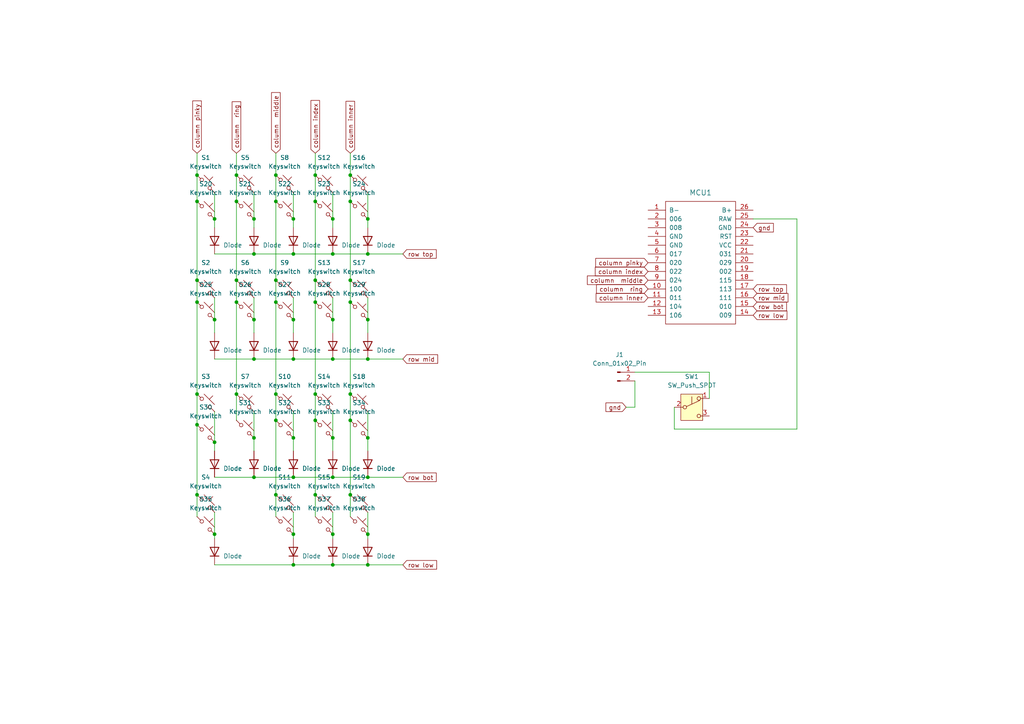
<source format=kicad_sch>
(kicad_sch
	(version 20231120)
	(generator "eeschema")
	(generator_version "8.0")
	(uuid "229ff22b-e6ee-4266-a697-5b75022c8c4f")
	(paper "A4")
	(lib_symbols
		(symbol "Connector:Conn_01x02_Pin"
			(pin_names
				(offset 1.016) hide)
			(exclude_from_sim no)
			(in_bom yes)
			(on_board yes)
			(property "Reference" "J"
				(at 0 2.54 0)
				(effects
					(font
						(size 1.27 1.27)
					)
				)
			)
			(property "Value" "Conn_01x02_Pin"
				(at 0 -5.08 0)
				(effects
					(font
						(size 1.27 1.27)
					)
				)
			)
			(property "Footprint" ""
				(at 0 0 0)
				(effects
					(font
						(size 1.27 1.27)
					)
					(hide yes)
				)
			)
			(property "Datasheet" "~"
				(at 0 0 0)
				(effects
					(font
						(size 1.27 1.27)
					)
					(hide yes)
				)
			)
			(property "Description" "Generic connector, single row, 01x02, script generated"
				(at 0 0 0)
				(effects
					(font
						(size 1.27 1.27)
					)
					(hide yes)
				)
			)
			(property "ki_locked" ""
				(at 0 0 0)
				(effects
					(font
						(size 1.27 1.27)
					)
				)
			)
			(property "ki_keywords" "connector"
				(at 0 0 0)
				(effects
					(font
						(size 1.27 1.27)
					)
					(hide yes)
				)
			)
			(property "ki_fp_filters" "Connector*:*_1x??_*"
				(at 0 0 0)
				(effects
					(font
						(size 1.27 1.27)
					)
					(hide yes)
				)
			)
			(symbol "Conn_01x02_Pin_1_1"
				(polyline
					(pts
						(xy 1.27 -2.54) (xy 0.8636 -2.54)
					)
					(stroke
						(width 0.1524)
						(type default)
					)
					(fill
						(type none)
					)
				)
				(polyline
					(pts
						(xy 1.27 0) (xy 0.8636 0)
					)
					(stroke
						(width 0.1524)
						(type default)
					)
					(fill
						(type none)
					)
				)
				(rectangle
					(start 0.8636 -2.413)
					(end 0 -2.667)
					(stroke
						(width 0.1524)
						(type default)
					)
					(fill
						(type outline)
					)
				)
				(rectangle
					(start 0.8636 0.127)
					(end 0 -0.127)
					(stroke
						(width 0.1524)
						(type default)
					)
					(fill
						(type outline)
					)
				)
				(pin passive line
					(at 5.08 0 180)
					(length 3.81)
					(name "Pin_1"
						(effects
							(font
								(size 1.27 1.27)
							)
						)
					)
					(number "1"
						(effects
							(font
								(size 1.27 1.27)
							)
						)
					)
				)
				(pin passive line
					(at 5.08 -2.54 180)
					(length 3.81)
					(name "Pin_2"
						(effects
							(font
								(size 1.27 1.27)
							)
						)
					)
					(number "2"
						(effects
							(font
								(size 1.27 1.27)
							)
						)
					)
				)
			)
		)
		(symbol "Switch:SW_Push_SPDT"
			(pin_names
				(offset 0) hide)
			(exclude_from_sim no)
			(in_bom yes)
			(on_board yes)
			(property "Reference" "SW"
				(at 0 5.08 0)
				(effects
					(font
						(size 1.27 1.27)
					)
				)
			)
			(property "Value" "SW_Push_SPDT"
				(at 0 -5.08 0)
				(effects
					(font
						(size 1.27 1.27)
					)
				)
			)
			(property "Footprint" ""
				(at 0 0 0)
				(effects
					(font
						(size 1.27 1.27)
					)
					(hide yes)
				)
			)
			(property "Datasheet" "~"
				(at 0 0 0)
				(effects
					(font
						(size 1.27 1.27)
					)
					(hide yes)
				)
			)
			(property "Description" "Momentary Switch, single pole double throw"
				(at 0 0 0)
				(effects
					(font
						(size 1.27 1.27)
					)
					(hide yes)
				)
			)
			(property "ki_keywords" "switch single-pole double-throw spdt ON-ON"
				(at 0 0 0)
				(effects
					(font
						(size 1.27 1.27)
					)
					(hide yes)
				)
			)
			(symbol "SW_Push_SPDT_0_0"
				(circle
					(center -2.032 0)
					(radius 0.508)
					(stroke
						(width 0)
						(type default)
					)
					(fill
						(type none)
					)
				)
				(polyline
					(pts
						(xy 0 1.016) (xy 0 3.048)
					)
					(stroke
						(width 0)
						(type default)
					)
					(fill
						(type none)
					)
				)
				(circle
					(center 2.032 -2.54)
					(radius 0.508)
					(stroke
						(width 0)
						(type default)
					)
					(fill
						(type none)
					)
				)
			)
			(symbol "SW_Push_SPDT_0_1"
				(polyline
					(pts
						(xy -1.524 0.2032) (xy 2.3368 1.9812)
					)
					(stroke
						(width 0)
						(type default)
					)
					(fill
						(type none)
					)
				)
				(circle
					(center 2.032 2.54)
					(radius 0.508)
					(stroke
						(width 0)
						(type default)
					)
					(fill
						(type none)
					)
				)
			)
			(symbol "SW_Push_SPDT_1_1"
				(rectangle
					(start -3.175 3.81)
					(end 3.175 -3.81)
					(stroke
						(width 0)
						(type default)
					)
					(fill
						(type background)
					)
				)
				(pin passive line
					(at 5.08 2.54 180)
					(length 2.54)
					(name "A"
						(effects
							(font
								(size 1.27 1.27)
							)
						)
					)
					(number "1"
						(effects
							(font
								(size 1.27 1.27)
							)
						)
					)
				)
				(pin passive line
					(at -5.08 0 0)
					(length 2.54)
					(name "B"
						(effects
							(font
								(size 1.27 1.27)
							)
						)
					)
					(number "2"
						(effects
							(font
								(size 1.27 1.27)
							)
						)
					)
				)
				(pin passive line
					(at 5.08 -2.54 180)
					(length 2.54)
					(name "C"
						(effects
							(font
								(size 1.27 1.27)
							)
						)
					)
					(number "3"
						(effects
							(font
								(size 1.27 1.27)
							)
						)
					)
				)
			)
		)
		(symbol "keebs:PRO MICRO NRF USE THIS ONE PLEASE"
			(pin_names
				(offset 1.016)
			)
			(exclude_from_sim no)
			(in_bom yes)
			(on_board yes)
			(property "Reference" "MCU"
				(at 0 0 0)
				(effects
					(font
						(size 1.524 1.524)
					)
				)
			)
			(property "Value" "PRO MICRO NRF"
				(at -0.254 -20.828 0)
				(effects
					(font
						(size 1.524 1.524)
					)
					(hide yes)
				)
			)
			(property "Footprint" "NRF PRO MICRO"
				(at 0.254 -3.048 0)
				(effects
					(font
						(size 1.524 1.524)
					)
					(hide yes)
				)
			)
			(property "Datasheet" ""
				(at 26.67 -63.5 90)
				(effects
					(font
						(size 1.524 1.524)
					)
					(hide yes)
				)
			)
			(property "Description" ""
				(at 0 0 0)
				(effects
					(font
						(size 1.27 1.27)
					)
					(hide yes)
				)
			)
			(symbol "PRO MICRO NRF USE THIS ONE PLEASE_0_1"
				(rectangle
					(start -10.16 16.51)
					(end 10.16 -19.05)
					(stroke
						(width 0)
						(type solid)
					)
					(fill
						(type none)
					)
				)
			)
			(symbol "PRO MICRO NRF USE THIS ONE PLEASE_1_1"
				(pin input line
					(at -15.24 13.97 0)
					(length 5.08)
					(name "B-"
						(effects
							(font
								(size 1.27 1.27)
							)
						)
					)
					(number "1"
						(effects
							(font
								(size 1.27 1.27)
							)
						)
					)
				)
				(pin input line
					(at -15.24 -8.89 0)
					(length 5.08)
					(name "100"
						(effects
							(font
								(size 1.27 1.27)
							)
						)
					)
					(number "10"
						(effects
							(font
								(size 1.27 1.27)
							)
						)
					)
				)
				(pin input line
					(at -15.24 -11.43 0)
					(length 5.08)
					(name "011"
						(effects
							(font
								(size 1.27 1.27)
							)
						)
					)
					(number "11"
						(effects
							(font
								(size 1.27 1.27)
							)
						)
					)
				)
				(pin input line
					(at -15.24 -13.97 0)
					(length 5.08)
					(name "104"
						(effects
							(font
								(size 1.27 1.27)
							)
						)
					)
					(number "12"
						(effects
							(font
								(size 1.27 1.27)
							)
						)
					)
				)
				(pin input line
					(at -15.24 -16.51 0)
					(length 5.08)
					(name "106"
						(effects
							(font
								(size 1.27 1.27)
							)
						)
					)
					(number "13"
						(effects
							(font
								(size 1.27 1.27)
							)
						)
					)
				)
				(pin input line
					(at 15.24 -16.51 180)
					(length 5.08)
					(name "009"
						(effects
							(font
								(size 1.27 1.27)
							)
						)
					)
					(number "14"
						(effects
							(font
								(size 1.27 1.27)
							)
						)
					)
				)
				(pin input line
					(at 15.24 -13.97 180)
					(length 5.08)
					(name "010"
						(effects
							(font
								(size 1.27 1.27)
							)
						)
					)
					(number "15"
						(effects
							(font
								(size 1.27 1.27)
							)
						)
					)
				)
				(pin input line
					(at 15.24 -11.43 180)
					(length 5.08)
					(name "111"
						(effects
							(font
								(size 1.27 1.27)
							)
						)
					)
					(number "16"
						(effects
							(font
								(size 1.27 1.27)
							)
						)
					)
				)
				(pin input line
					(at 15.24 -8.89 180)
					(length 5.08)
					(name "113"
						(effects
							(font
								(size 1.27 1.27)
							)
						)
					)
					(number "17"
						(effects
							(font
								(size 1.27 1.27)
							)
						)
					)
				)
				(pin input line
					(at 15.24 -6.35 180)
					(length 5.08)
					(name "115"
						(effects
							(font
								(size 1.27 1.27)
							)
						)
					)
					(number "18"
						(effects
							(font
								(size 1.27 1.27)
							)
						)
					)
				)
				(pin input line
					(at 15.24 -3.81 180)
					(length 5.08)
					(name "002"
						(effects
							(font
								(size 1.27 1.27)
							)
						)
					)
					(number "19"
						(effects
							(font
								(size 1.27 1.27)
							)
						)
					)
				)
				(pin input line
					(at -15.24 11.43 0)
					(length 5.08)
					(name "006"
						(effects
							(font
								(size 1.27 1.27)
							)
						)
					)
					(number "2"
						(effects
							(font
								(size 1.27 1.27)
							)
						)
					)
				)
				(pin input line
					(at 15.24 -1.27 180)
					(length 5.08)
					(name "029"
						(effects
							(font
								(size 1.27 1.27)
							)
						)
					)
					(number "20"
						(effects
							(font
								(size 1.27 1.27)
							)
						)
					)
				)
				(pin input line
					(at 15.24 1.27 180)
					(length 5.08)
					(name "031"
						(effects
							(font
								(size 1.27 1.27)
							)
						)
					)
					(number "21"
						(effects
							(font
								(size 1.27 1.27)
							)
						)
					)
				)
				(pin input line
					(at 15.24 3.81 180)
					(length 5.08)
					(name "VCC"
						(effects
							(font
								(size 1.27 1.27)
							)
						)
					)
					(number "22"
						(effects
							(font
								(size 1.27 1.27)
							)
						)
					)
				)
				(pin input line
					(at 15.24 6.35 180)
					(length 5.08)
					(name "RST"
						(effects
							(font
								(size 1.27 1.27)
							)
						)
					)
					(number "23"
						(effects
							(font
								(size 1.27 1.27)
							)
						)
					)
				)
				(pin input line
					(at 15.24 8.89 180)
					(length 5.08)
					(name "GND"
						(effects
							(font
								(size 1.27 1.27)
							)
						)
					)
					(number "24"
						(effects
							(font
								(size 1.27 1.27)
							)
						)
					)
				)
				(pin input line
					(at 15.24 11.43 180)
					(length 5.08)
					(name "RAW"
						(effects
							(font
								(size 1.27 1.27)
							)
						)
					)
					(number "25"
						(effects
							(font
								(size 1.27 1.27)
							)
						)
					)
				)
				(pin input line
					(at 15.24 13.97 180)
					(length 5.08)
					(name "B+"
						(effects
							(font
								(size 1.27 1.27)
							)
						)
					)
					(number "26"
						(effects
							(font
								(size 1.27 1.27)
							)
						)
					)
				)
				(pin input line
					(at -15.24 8.89 0)
					(length 5.08)
					(name "008"
						(effects
							(font
								(size 1.27 1.27)
							)
						)
					)
					(number "3"
						(effects
							(font
								(size 1.27 1.27)
							)
						)
					)
				)
				(pin input line
					(at -15.24 6.35 0)
					(length 5.08)
					(name "GND"
						(effects
							(font
								(size 1.27 1.27)
							)
						)
					)
					(number "4"
						(effects
							(font
								(size 1.27 1.27)
							)
						)
					)
				)
				(pin input line
					(at -15.24 3.81 0)
					(length 5.08)
					(name "GND"
						(effects
							(font
								(size 1.27 1.27)
							)
						)
					)
					(number "5"
						(effects
							(font
								(size 1.27 1.27)
							)
						)
					)
				)
				(pin input line
					(at -15.24 1.27 0)
					(length 5.08)
					(name "017"
						(effects
							(font
								(size 1.27 1.27)
							)
						)
					)
					(number "6"
						(effects
							(font
								(size 1.27 1.27)
							)
						)
					)
				)
				(pin input line
					(at -15.24 -1.27 0)
					(length 5.08)
					(name "020"
						(effects
							(font
								(size 1.27 1.27)
							)
						)
					)
					(number "7"
						(effects
							(font
								(size 1.27 1.27)
							)
						)
					)
				)
				(pin input line
					(at -15.24 -3.81 0)
					(length 5.08)
					(name "022"
						(effects
							(font
								(size 1.27 1.27)
							)
						)
					)
					(number "8"
						(effects
							(font
								(size 1.27 1.27)
							)
						)
					)
				)
				(pin input line
					(at -15.24 -6.35 0)
					(length 5.08)
					(name "024"
						(effects
							(font
								(size 1.27 1.27)
							)
						)
					)
					(number "9"
						(effects
							(font
								(size 1.27 1.27)
							)
						)
					)
				)
			)
		)
		(symbol "keebs:Placeholder_Diode"
			(pin_numbers hide)
			(pin_names hide)
			(exclude_from_sim no)
			(in_bom yes)
			(on_board yes)
			(property "Reference" "D"
				(at 0 2.54 0)
				(effects
					(font
						(size 1.27 1.27)
					)
				)
			)
			(property "Value" "Diode"
				(at 0 -2.54 0)
				(effects
					(font
						(size 1.27 1.27)
					)
				)
			)
			(property "Footprint" ""
				(at 0 0 0)
				(effects
					(font
						(size 1.27 1.27)
					)
					(hide yes)
				)
			)
			(property "Datasheet" ""
				(at 0 0 0)
				(effects
					(font
						(size 1.27 1.27)
					)
					(hide yes)
				)
			)
			(property "Description" "1N4148 (DO-35) or 1N4148W (SOD-123)"
				(at 0 0 0)
				(effects
					(font
						(size 1.27 1.27)
					)
					(hide yes)
				)
			)
			(property "Sim.Device" "D"
				(at 0 0 0)
				(effects
					(font
						(size 1.27 1.27)
					)
					(hide yes)
				)
			)
			(property "Sim.Pins" "1=K 2=A"
				(at 0 0 0)
				(effects
					(font
						(size 1.27 1.27)
					)
					(hide yes)
				)
			)
			(property "ki_keywords" "diode"
				(at 0 0 0)
				(effects
					(font
						(size 1.27 1.27)
					)
					(hide yes)
				)
			)
			(property "ki_fp_filters" "D*DO?35*"
				(at 0 0 0)
				(effects
					(font
						(size 1.27 1.27)
					)
					(hide yes)
				)
			)
			(symbol "Placeholder_Diode_0_1"
				(polyline
					(pts
						(xy -1.27 1.27) (xy -1.27 -1.27)
					)
					(stroke
						(width 0.254)
						(type default)
					)
					(fill
						(type none)
					)
				)
				(polyline
					(pts
						(xy 1.27 0) (xy -1.27 0)
					)
					(stroke
						(width 0)
						(type default)
					)
					(fill
						(type none)
					)
				)
				(polyline
					(pts
						(xy 1.27 1.27) (xy 1.27 -1.27) (xy -1.27 0) (xy 1.27 1.27)
					)
					(stroke
						(width 0.254)
						(type default)
					)
					(fill
						(type none)
					)
				)
			)
			(symbol "Placeholder_Diode_1_1"
				(pin passive line
					(at -3.81 0 0)
					(length 2.54)
					(name "K"
						(effects
							(font
								(size 1.27 1.27)
							)
						)
					)
					(number "1"
						(effects
							(font
								(size 1.27 1.27)
							)
						)
					)
				)
				(pin passive line
					(at 3.81 0 180)
					(length 2.54)
					(name "A"
						(effects
							(font
								(size 1.27 1.27)
							)
						)
					)
					(number "2"
						(effects
							(font
								(size 1.27 1.27)
							)
						)
					)
				)
			)
		)
		(symbol "keebs:Placeholder_Keyswitch"
			(pin_numbers hide)
			(pin_names
				(offset 1.016) hide)
			(exclude_from_sim no)
			(in_bom yes)
			(on_board yes)
			(property "Reference" "S"
				(at 3.048 1.016 0)
				(effects
					(font
						(size 1.27 1.27)
					)
					(justify left)
				)
			)
			(property "Value" "Keyswitch"
				(at 0 -3.81 0)
				(effects
					(font
						(size 1.27 1.27)
					)
				)
			)
			(property "Footprint" ""
				(at 0 0 0)
				(effects
					(font
						(size 1.27 1.27)
					)
					(hide yes)
				)
			)
			(property "Datasheet" "~"
				(at 0 0 0)
				(effects
					(font
						(size 1.27 1.27)
					)
					(hide yes)
				)
			)
			(property "Description" "Push button switch, normally open, two pins, 45° tilted"
				(at 0 0 0)
				(effects
					(font
						(size 1.27 1.27)
					)
					(hide yes)
				)
			)
			(property "ki_keywords" "switch normally-open pushbutton push-button"
				(at 0 0 0)
				(effects
					(font
						(size 1.27 1.27)
					)
					(hide yes)
				)
			)
			(symbol "Placeholder_Keyswitch_0_1"
				(circle
					(center -1.1684 1.1684)
					(radius 0.508)
					(stroke
						(width 0)
						(type default)
					)
					(fill
						(type none)
					)
				)
				(polyline
					(pts
						(xy -0.508 2.54) (xy 2.54 -0.508)
					)
					(stroke
						(width 0)
						(type default)
					)
					(fill
						(type none)
					)
				)
				(polyline
					(pts
						(xy 1.016 1.016) (xy 2.032 2.032)
					)
					(stroke
						(width 0)
						(type default)
					)
					(fill
						(type none)
					)
				)
				(polyline
					(pts
						(xy -2.54 2.54) (xy -1.524 1.524) (xy -1.524 1.524)
					)
					(stroke
						(width 0)
						(type default)
					)
					(fill
						(type none)
					)
				)
				(polyline
					(pts
						(xy 1.524 -1.524) (xy 2.54 -2.54) (xy 2.54 -2.54) (xy 2.54 -2.54)
					)
					(stroke
						(width 0)
						(type default)
					)
					(fill
						(type none)
					)
				)
				(circle
					(center 1.143 -1.1938)
					(radius 0.508)
					(stroke
						(width 0)
						(type default)
					)
					(fill
						(type none)
					)
				)
				(pin passive line
					(at -2.54 2.54 0)
					(length 0)
					(name "1"
						(effects
							(font
								(size 1.27 1.27)
							)
						)
					)
					(number "1"
						(effects
							(font
								(size 1.27 1.27)
							)
						)
					)
				)
				(pin passive line
					(at 2.54 -2.54 180)
					(length 0)
					(name "2"
						(effects
							(font
								(size 1.27 1.27)
							)
						)
					)
					(number "2"
						(effects
							(font
								(size 1.27 1.27)
							)
						)
					)
				)
			)
		)
	)
	(junction
		(at 106.68 154.94)
		(diameter 0)
		(color 0 0 0 0)
		(uuid "0004d85f-40fd-48b7-88f3-e68af67c3896")
	)
	(junction
		(at 57.15 87.63)
		(diameter 0)
		(color 0 0 0 0)
		(uuid "022bf614-e40c-4a66-9087-080da35be9b4")
	)
	(junction
		(at 101.6 87.63)
		(diameter 0)
		(color 0 0 0 0)
		(uuid "0dbaf500-3a47-4f54-b666-9f6186e0e162")
	)
	(junction
		(at 96.52 154.94)
		(diameter 0)
		(color 0 0 0 0)
		(uuid "0e49be1f-c609-4d37-9bdc-fff055687eea")
	)
	(junction
		(at 106.68 138.43)
		(diameter 0)
		(color 0 0 0 0)
		(uuid "0eae36f2-1988-4458-bd67-7c25fea96024")
	)
	(junction
		(at 106.68 73.66)
		(diameter 0)
		(color 0 0 0 0)
		(uuid "1e9185eb-87c8-41cb-a2bc-63661e6c3f06")
	)
	(junction
		(at 91.44 143.51)
		(diameter 0)
		(color 0 0 0 0)
		(uuid "280fba25-7260-4529-ab1f-831ef3ab46eb")
	)
	(junction
		(at 96.52 92.71)
		(diameter 0)
		(color 0 0 0 0)
		(uuid "2864d3c0-ace7-4f32-9bb1-5a39d838af5b")
	)
	(junction
		(at 80.01 50.8)
		(diameter 0)
		(color 0 0 0 0)
		(uuid "2b195351-44f8-4b32-8c57-46199c38596e")
	)
	(junction
		(at 91.44 50.8)
		(diameter 0)
		(color 0 0 0 0)
		(uuid "303bce63-b530-475d-9c5c-1c69a1e9cf33")
	)
	(junction
		(at 57.15 50.8)
		(diameter 0)
		(color 0 0 0 0)
		(uuid "304526fa-196d-47f6-a3c3-ff64f0d210bc")
	)
	(junction
		(at 68.58 114.3)
		(diameter 0)
		(color 0 0 0 0)
		(uuid "33cfb6d1-4ccd-429f-8edf-f53243ad1c22")
	)
	(junction
		(at 73.66 127)
		(diameter 0)
		(color 0 0 0 0)
		(uuid "34345ff2-f8f7-4499-a445-5101b00bf622")
	)
	(junction
		(at 57.15 58.42)
		(diameter 0)
		(color 0 0 0 0)
		(uuid "347c0901-9afa-4c9a-8a92-fe3b73d3dcce")
	)
	(junction
		(at 106.68 92.71)
		(diameter 0)
		(color 0 0 0 0)
		(uuid "3b93ec81-8c71-4f6c-abde-a6e0256177f9")
	)
	(junction
		(at 80.01 87.63)
		(diameter 0)
		(color 0 0 0 0)
		(uuid "45777c35-7213-4f7d-860d-b62fa9ae8feb")
	)
	(junction
		(at 80.01 143.51)
		(diameter 0)
		(color 0 0 0 0)
		(uuid "4615df0c-f53c-41a1-99ac-3d0e91d085e3")
	)
	(junction
		(at 85.09 163.83)
		(diameter 0)
		(color 0 0 0 0)
		(uuid "4de357dd-efd1-4c9e-a1e2-ff9f8e041d3b")
	)
	(junction
		(at 68.58 58.42)
		(diameter 0)
		(color 0 0 0 0)
		(uuid "4edc8a1d-2f4f-49f4-990f-ccb6a84e6dab")
	)
	(junction
		(at 85.09 138.43)
		(diameter 0)
		(color 0 0 0 0)
		(uuid "51bcb703-e025-4e6f-af24-ee6f1de8368c")
	)
	(junction
		(at 80.01 81.28)
		(diameter 0)
		(color 0 0 0 0)
		(uuid "5426cac7-9531-4203-8ba0-b06e999958fd")
	)
	(junction
		(at 91.44 58.42)
		(diameter 0)
		(color 0 0 0 0)
		(uuid "59854276-734d-4757-87ac-b7517ffc8f55")
	)
	(junction
		(at 106.68 127)
		(diameter 0)
		(color 0 0 0 0)
		(uuid "5ba1a5f3-ce16-43cd-b876-2e809513ead9")
	)
	(junction
		(at 62.23 92.71)
		(diameter 0)
		(color 0 0 0 0)
		(uuid "5e360467-f19a-4588-9c89-1e092f485850")
	)
	(junction
		(at 85.09 92.71)
		(diameter 0)
		(color 0 0 0 0)
		(uuid "5e5f13b2-5010-4d79-a20c-1b6e975154c3")
	)
	(junction
		(at 73.66 138.43)
		(diameter 0)
		(color 0 0 0 0)
		(uuid "5e7550fa-6813-482c-a5ca-676c5f0c7736")
	)
	(junction
		(at 101.6 121.92)
		(diameter 0)
		(color 0 0 0 0)
		(uuid "61025049-eb1f-4dce-9edd-d3970b3e3ae5")
	)
	(junction
		(at 91.44 121.92)
		(diameter 0)
		(color 0 0 0 0)
		(uuid "6538cac4-c07a-4728-bf81-3dca7cacd76b")
	)
	(junction
		(at 80.01 58.42)
		(diameter 0)
		(color 0 0 0 0)
		(uuid "7093837f-a429-40ab-b381-0c8d5e2bc43a")
	)
	(junction
		(at 80.01 114.3)
		(diameter 0)
		(color 0 0 0 0)
		(uuid "78c0ca57-dec4-4542-a50f-b705a8475141")
	)
	(junction
		(at 85.09 73.66)
		(diameter 0)
		(color 0 0 0 0)
		(uuid "7d6906f6-3761-4a0f-b3a4-f45c148ca11a")
	)
	(junction
		(at 91.44 114.3)
		(diameter 0)
		(color 0 0 0 0)
		(uuid "7d79271f-0484-4558-9236-247a1d159e12")
	)
	(junction
		(at 101.6 114.3)
		(diameter 0)
		(color 0 0 0 0)
		(uuid "899ae9a1-8615-4a53-864d-90d2556883e4")
	)
	(junction
		(at 68.58 87.63)
		(diameter 0)
		(color 0 0 0 0)
		(uuid "8d80abfa-b202-4506-b002-f475cb30aff8")
	)
	(junction
		(at 57.15 114.3)
		(diameter 0)
		(color 0 0 0 0)
		(uuid "967b139e-b990-41b5-9b41-af44e08a930f")
	)
	(junction
		(at 91.44 87.63)
		(diameter 0)
		(color 0 0 0 0)
		(uuid "98f60702-e0ff-4358-a654-42c3ebc938cb")
	)
	(junction
		(at 62.23 128.27)
		(diameter 0)
		(color 0 0 0 0)
		(uuid "9a8175c9-4f4f-4154-bb5a-be45eb604476")
	)
	(junction
		(at 101.6 81.28)
		(diameter 0)
		(color 0 0 0 0)
		(uuid "9d130a54-ea17-472a-a728-6422a0c9022c")
	)
	(junction
		(at 96.52 138.43)
		(diameter 0)
		(color 0 0 0 0)
		(uuid "9df51f82-7aad-48ea-a34e-9859be838520")
	)
	(junction
		(at 96.52 127)
		(diameter 0)
		(color 0 0 0 0)
		(uuid "9fee4187-644c-4a74-9670-dda5343e300b")
	)
	(junction
		(at 80.01 121.92)
		(diameter 0)
		(color 0 0 0 0)
		(uuid "a190f395-2e52-406d-8d0f-9ba623e4e0b6")
	)
	(junction
		(at 96.52 163.83)
		(diameter 0)
		(color 0 0 0 0)
		(uuid "a1c1a99c-38bc-4889-a041-a5fd2e3b8818")
	)
	(junction
		(at 73.66 92.71)
		(diameter 0)
		(color 0 0 0 0)
		(uuid "a8bfd546-99e1-4496-b980-df2ce7c9d1e2")
	)
	(junction
		(at 62.23 63.5)
		(diameter 0)
		(color 0 0 0 0)
		(uuid "aac01194-e8a6-4716-9566-264ac8f3d3bf")
	)
	(junction
		(at 73.66 104.14)
		(diameter 0)
		(color 0 0 0 0)
		(uuid "ae9a330e-b399-4253-a8b5-e0b0ae91ebcb")
	)
	(junction
		(at 101.6 58.42)
		(diameter 0)
		(color 0 0 0 0)
		(uuid "af65f711-17dc-4e96-85b1-8e7570ecbdf9")
	)
	(junction
		(at 106.68 163.83)
		(diameter 0)
		(color 0 0 0 0)
		(uuid "b23cd432-6b31-450c-a458-26d4d4777b0b")
	)
	(junction
		(at 57.15 143.51)
		(diameter 0)
		(color 0 0 0 0)
		(uuid "b2de0c8b-d4f0-48c1-b080-c376bb6e87f9")
	)
	(junction
		(at 57.15 81.28)
		(diameter 0)
		(color 0 0 0 0)
		(uuid "b7a57288-e372-4971-8ebd-4234ec5b6ade")
	)
	(junction
		(at 101.6 143.51)
		(diameter 0)
		(color 0 0 0 0)
		(uuid "b9a814cc-ae2c-4347-b39a-107951a794c0")
	)
	(junction
		(at 68.58 50.8)
		(diameter 0)
		(color 0 0 0 0)
		(uuid "b9d33539-da26-48e4-8cf4-baf618c71d3c")
	)
	(junction
		(at 85.09 63.5)
		(diameter 0)
		(color 0 0 0 0)
		(uuid "be4bd436-a190-477e-afac-c2e33f87e004")
	)
	(junction
		(at 96.52 73.66)
		(diameter 0)
		(color 0 0 0 0)
		(uuid "c80fab6b-3b85-41a7-b5b4-59727d4ed005")
	)
	(junction
		(at 57.15 123.19)
		(diameter 0)
		(color 0 0 0 0)
		(uuid "dda0c6f5-556a-4daa-86ed-fd0edeaec1c3")
	)
	(junction
		(at 85.09 127)
		(diameter 0)
		(color 0 0 0 0)
		(uuid "de20af72-cb42-454b-a54d-eb5ef1c4d8f1")
	)
	(junction
		(at 96.52 63.5)
		(diameter 0)
		(color 0 0 0 0)
		(uuid "e379c114-c81c-4be5-98ee-b86d20b53a08")
	)
	(junction
		(at 68.58 81.28)
		(diameter 0)
		(color 0 0 0 0)
		(uuid "e72058ae-e353-4f7f-837d-3062a9f640ce")
	)
	(junction
		(at 62.23 154.94)
		(diameter 0)
		(color 0 0 0 0)
		(uuid "e8b64f69-d0b7-4053-a3fd-ecc9069049eb")
	)
	(junction
		(at 106.68 63.5)
		(diameter 0)
		(color 0 0 0 0)
		(uuid "ea46f990-791f-48a3-916e-d9f20176201e")
	)
	(junction
		(at 85.09 154.94)
		(diameter 0)
		(color 0 0 0 0)
		(uuid "eb730a51-d9ba-4d79-9d2d-17d02e539a41")
	)
	(junction
		(at 101.6 50.8)
		(diameter 0)
		(color 0 0 0 0)
		(uuid "eb9d8247-f146-4c59-83b5-d73ce35196e3")
	)
	(junction
		(at 73.66 63.5)
		(diameter 0)
		(color 0 0 0 0)
		(uuid "ef46920b-5a15-45be-9637-b36ea3e0d6f4")
	)
	(junction
		(at 106.68 104.14)
		(diameter 0)
		(color 0 0 0 0)
		(uuid "f04c53a1-b4e1-4ee0-80b3-f5a61fca69c6")
	)
	(junction
		(at 85.09 104.14)
		(diameter 0)
		(color 0 0 0 0)
		(uuid "f09759f4-60d7-4373-94ef-f450b3275e16")
	)
	(junction
		(at 96.52 104.14)
		(diameter 0)
		(color 0 0 0 0)
		(uuid "f48de7e7-084f-4b1f-83f8-7ac6f76fe1a9")
	)
	(junction
		(at 91.44 81.28)
		(diameter 0)
		(color 0 0 0 0)
		(uuid "f657be51-bdd0-438b-8bd7-d4ffc3e3b9b3")
	)
	(junction
		(at 73.66 73.66)
		(diameter 0)
		(color 0 0 0 0)
		(uuid "feff188c-f76c-4758-b7c9-d50a53b74344")
	)
	(wire
		(pts
			(xy 57.15 143.51) (xy 57.15 149.86)
		)
		(stroke
			(width 0)
			(type default)
		)
		(uuid "01b85b67-f6db-4297-914f-b6fda5ec76ec")
	)
	(wire
		(pts
			(xy 96.52 92.71) (xy 96.52 96.52)
		)
		(stroke
			(width 0)
			(type default)
		)
		(uuid "01fd737f-de85-4252-97bd-8bb49fa08729")
	)
	(wire
		(pts
			(xy 57.15 123.19) (xy 57.15 143.51)
		)
		(stroke
			(width 0)
			(type default)
		)
		(uuid "043067d7-49b4-499f-88bf-108d65f8991a")
	)
	(wire
		(pts
			(xy 205.74 107.95) (xy 205.74 115.57)
		)
		(stroke
			(width 0)
			(type default)
		)
		(uuid "05968c21-4ded-4eb9-bd09-4edf89b41f93")
	)
	(wire
		(pts
			(xy 80.01 143.51) (xy 80.01 149.86)
		)
		(stroke
			(width 0)
			(type default)
		)
		(uuid "082ee53b-ca71-4b34-8685-7de2e7819b00")
	)
	(wire
		(pts
			(xy 106.68 104.14) (xy 116.84 104.14)
		)
		(stroke
			(width 0)
			(type default)
		)
		(uuid "0a4817cb-a099-443d-a9c3-fa6212478af6")
	)
	(wire
		(pts
			(xy 96.52 63.5) (xy 96.52 66.04)
		)
		(stroke
			(width 0)
			(type default)
		)
		(uuid "0d0c726d-e368-490e-95d7-ce7c635ee292")
	)
	(wire
		(pts
			(xy 91.44 143.51) (xy 91.44 149.86)
		)
		(stroke
			(width 0)
			(type default)
		)
		(uuid "0dc0d416-f253-44f1-b9cd-c69d5cc4dec1")
	)
	(wire
		(pts
			(xy 96.52 104.14) (xy 106.68 104.14)
		)
		(stroke
			(width 0)
			(type default)
		)
		(uuid "102d0822-5df2-45a1-a5aa-acbc865702c1")
	)
	(wire
		(pts
			(xy 85.09 148.59) (xy 85.09 154.94)
		)
		(stroke
			(width 0)
			(type default)
		)
		(uuid "17489a91-e001-4e91-a7f1-cf4c907a7537")
	)
	(wire
		(pts
			(xy 91.44 81.28) (xy 91.44 87.63)
		)
		(stroke
			(width 0)
			(type default)
		)
		(uuid "17c4eb2a-c729-4057-90df-b71f4f597912")
	)
	(wire
		(pts
			(xy 62.23 55.88) (xy 62.23 63.5)
		)
		(stroke
			(width 0)
			(type default)
		)
		(uuid "18921c97-6e10-49f9-ac76-870d00172c87")
	)
	(wire
		(pts
			(xy 96.52 119.38) (xy 96.52 127)
		)
		(stroke
			(width 0)
			(type default)
		)
		(uuid "1abe57ab-6049-407f-b82d-238fd824b9d6")
	)
	(wire
		(pts
			(xy 85.09 86.36) (xy 85.09 92.71)
		)
		(stroke
			(width 0)
			(type default)
		)
		(uuid "1ca82f54-86f4-4e4f-856c-9b592d28eac7")
	)
	(wire
		(pts
			(xy 91.44 50.8) (xy 91.44 58.42)
		)
		(stroke
			(width 0)
			(type default)
		)
		(uuid "1efac9f6-a093-431b-af68-9969a3138ce7")
	)
	(wire
		(pts
			(xy 85.09 138.43) (xy 96.52 138.43)
		)
		(stroke
			(width 0)
			(type default)
		)
		(uuid "1f783d5a-df99-4347-b50a-5ac7815836b3")
	)
	(wire
		(pts
			(xy 85.09 104.14) (xy 96.52 104.14)
		)
		(stroke
			(width 0)
			(type default)
		)
		(uuid "242ee14f-61d7-4031-bbeb-3cd3a16e256f")
	)
	(wire
		(pts
			(xy 73.66 127) (xy 73.66 130.81)
		)
		(stroke
			(width 0)
			(type default)
		)
		(uuid "2572b3ef-662e-43c6-b1e7-de9abbb48984")
	)
	(wire
		(pts
			(xy 80.01 44.45) (xy 80.01 50.8)
		)
		(stroke
			(width 0)
			(type default)
		)
		(uuid "2726177d-7db3-4338-b351-c97a2e3babb1")
	)
	(wire
		(pts
			(xy 68.58 44.45) (xy 68.58 50.8)
		)
		(stroke
			(width 0)
			(type default)
		)
		(uuid "2922315d-1467-4e91-be68-4c74a4c391c4")
	)
	(wire
		(pts
			(xy 106.68 127) (xy 106.68 130.81)
		)
		(stroke
			(width 0)
			(type default)
		)
		(uuid "2be16efa-407f-49a7-8492-050e4887c32c")
	)
	(wire
		(pts
			(xy 62.23 163.83) (xy 85.09 163.83)
		)
		(stroke
			(width 0)
			(type default)
		)
		(uuid "2da3b9a8-8127-4583-a4f4-105d73e8f3ad")
	)
	(wire
		(pts
			(xy 73.66 92.71) (xy 73.66 96.52)
		)
		(stroke
			(width 0)
			(type default)
		)
		(uuid "30010dc5-bca5-40e1-8dfd-bb42e3052574")
	)
	(wire
		(pts
			(xy 91.44 114.3) (xy 91.44 121.92)
		)
		(stroke
			(width 0)
			(type default)
		)
		(uuid "393458d2-a63d-4d0c-9b11-64c4b2637eb4")
	)
	(wire
		(pts
			(xy 96.52 154.94) (xy 96.52 156.21)
		)
		(stroke
			(width 0)
			(type default)
		)
		(uuid "3e2d8dcb-64d5-438f-907f-4f6c9f870bbb")
	)
	(wire
		(pts
			(xy 96.52 163.83) (xy 106.68 163.83)
		)
		(stroke
			(width 0)
			(type default)
		)
		(uuid "3f7de44b-7892-4022-8433-5c0915799fa0")
	)
	(wire
		(pts
			(xy 106.68 154.94) (xy 106.68 156.21)
		)
		(stroke
			(width 0)
			(type default)
		)
		(uuid "400e1b8c-a592-49f8-8b40-eb5b1e2a6392")
	)
	(wire
		(pts
			(xy 96.52 86.36) (xy 96.52 92.71)
		)
		(stroke
			(width 0)
			(type default)
		)
		(uuid "4028d777-c35c-4b11-bdfc-dfd135c3a6b8")
	)
	(wire
		(pts
			(xy 80.01 87.63) (xy 80.01 114.3)
		)
		(stroke
			(width 0)
			(type default)
		)
		(uuid "40736c8f-535c-4c28-a99f-9e67abc1f7d7")
	)
	(wire
		(pts
			(xy 106.68 86.36) (xy 106.68 92.71)
		)
		(stroke
			(width 0)
			(type default)
		)
		(uuid "41ddba69-a550-41b1-94b3-c3055a0cfa96")
	)
	(wire
		(pts
			(xy 62.23 138.43) (xy 73.66 138.43)
		)
		(stroke
			(width 0)
			(type default)
		)
		(uuid "43413877-bfd1-45d8-9c1a-acfdc23ec416")
	)
	(wire
		(pts
			(xy 106.68 73.66) (xy 116.84 73.66)
		)
		(stroke
			(width 0)
			(type default)
		)
		(uuid "43a9a29f-0dd6-4936-863d-e219d90fff9a")
	)
	(wire
		(pts
			(xy 101.6 143.51) (xy 101.6 149.86)
		)
		(stroke
			(width 0)
			(type default)
		)
		(uuid "4497c077-e7bf-4b6c-9b1e-c32240c298cf")
	)
	(wire
		(pts
			(xy 106.68 138.43) (xy 116.84 138.43)
		)
		(stroke
			(width 0)
			(type default)
		)
		(uuid "45487b02-9877-494d-a9fd-a9ee2118ffa6")
	)
	(wire
		(pts
			(xy 91.44 87.63) (xy 91.44 114.3)
		)
		(stroke
			(width 0)
			(type default)
		)
		(uuid "498d6f72-5b64-41dd-b49d-e437195c33ca")
	)
	(wire
		(pts
			(xy 106.68 92.71) (xy 106.68 96.52)
		)
		(stroke
			(width 0)
			(type default)
		)
		(uuid "4b471c01-a522-480a-aafa-71ad06ebddfb")
	)
	(wire
		(pts
			(xy 91.44 58.42) (xy 91.44 81.28)
		)
		(stroke
			(width 0)
			(type default)
		)
		(uuid "4d9dd2f1-1b22-4d29-a5a3-d9e9b39d336e")
	)
	(wire
		(pts
			(xy 57.15 58.42) (xy 57.15 81.28)
		)
		(stroke
			(width 0)
			(type default)
		)
		(uuid "58e7f5c8-3573-4a48-b473-fdb46f6b19d6")
	)
	(wire
		(pts
			(xy 73.66 55.88) (xy 73.66 63.5)
		)
		(stroke
			(width 0)
			(type default)
		)
		(uuid "59ca3a78-e133-4c16-a297-808db91c270f")
	)
	(wire
		(pts
			(xy 106.68 148.59) (xy 106.68 154.94)
		)
		(stroke
			(width 0)
			(type default)
		)
		(uuid "5a752066-6e5b-4609-8306-0c2dd3632b56")
	)
	(wire
		(pts
			(xy 106.68 55.88) (xy 106.68 63.5)
		)
		(stroke
			(width 0)
			(type default)
		)
		(uuid "5bff5875-5016-418b-be9e-bb760bb8f15f")
	)
	(wire
		(pts
			(xy 68.58 81.28) (xy 68.58 87.63)
		)
		(stroke
			(width 0)
			(type default)
		)
		(uuid "5dfb3568-fbfb-48f5-a29f-022678794e77")
	)
	(wire
		(pts
			(xy 62.23 86.36) (xy 62.23 92.71)
		)
		(stroke
			(width 0)
			(type default)
		)
		(uuid "5f2efa01-2fa1-4368-85aa-52281e9294cb")
	)
	(wire
		(pts
			(xy 73.66 104.14) (xy 85.09 104.14)
		)
		(stroke
			(width 0)
			(type default)
		)
		(uuid "602e8c48-a8de-4063-b9ab-8f659a704c34")
	)
	(wire
		(pts
			(xy 57.15 114.3) (xy 57.15 123.19)
		)
		(stroke
			(width 0)
			(type default)
		)
		(uuid "60ca1950-edef-4bf8-924f-10a45b354913")
	)
	(wire
		(pts
			(xy 80.01 81.28) (xy 80.01 87.63)
		)
		(stroke
			(width 0)
			(type default)
		)
		(uuid "63b6f0ee-0172-4889-833d-5b7499d86325")
	)
	(wire
		(pts
			(xy 73.66 138.43) (xy 85.09 138.43)
		)
		(stroke
			(width 0)
			(type default)
		)
		(uuid "63ba4ab6-e378-48d9-bf38-9edfa08f2a43")
	)
	(wire
		(pts
			(xy 73.66 63.5) (xy 73.66 66.04)
		)
		(stroke
			(width 0)
			(type default)
		)
		(uuid "641d4ace-344e-438f-a653-f11663e07663")
	)
	(wire
		(pts
			(xy 68.58 50.8) (xy 68.58 58.42)
		)
		(stroke
			(width 0)
			(type default)
		)
		(uuid "6538cf20-85a3-4e0a-a8c9-11b0df6ae537")
	)
	(wire
		(pts
			(xy 85.09 119.38) (xy 85.09 127)
		)
		(stroke
			(width 0)
			(type default)
		)
		(uuid "66d28fd3-27d9-4ee7-9265-33e18d397ed9")
	)
	(wire
		(pts
			(xy 57.15 44.45) (xy 57.15 50.8)
		)
		(stroke
			(width 0)
			(type default)
		)
		(uuid "683e4c1f-f04c-4a49-b5a3-e62f95d64f03")
	)
	(wire
		(pts
			(xy 62.23 154.94) (xy 62.23 156.21)
		)
		(stroke
			(width 0)
			(type default)
		)
		(uuid "69051524-045a-480d-bb6f-f1f802f3db91")
	)
	(wire
		(pts
			(xy 101.6 121.92) (xy 101.6 143.51)
		)
		(stroke
			(width 0)
			(type default)
		)
		(uuid "6c5c98af-0186-478f-9ce2-8ac9aa7141e4")
	)
	(wire
		(pts
			(xy 68.58 58.42) (xy 68.58 81.28)
		)
		(stroke
			(width 0)
			(type default)
		)
		(uuid "6db1b652-3069-47f4-8f9f-c6467b3c7c20")
	)
	(wire
		(pts
			(xy 85.09 73.66) (xy 96.52 73.66)
		)
		(stroke
			(width 0)
			(type default)
		)
		(uuid "6e7fdd3b-1348-48e5-bfd3-93e58d675a74")
	)
	(wire
		(pts
			(xy 195.58 124.46) (xy 231.14 124.46)
		)
		(stroke
			(width 0)
			(type default)
		)
		(uuid "6eb0d4c4-6ea1-4a01-a2b0-f97ea81acb88")
	)
	(wire
		(pts
			(xy 68.58 87.63) (xy 68.58 114.3)
		)
		(stroke
			(width 0)
			(type default)
		)
		(uuid "6ebe7d2e-0029-48bf-8738-71aaed4b3a72")
	)
	(wire
		(pts
			(xy 101.6 50.8) (xy 101.6 58.42)
		)
		(stroke
			(width 0)
			(type default)
		)
		(uuid "710cb719-2e6b-44f9-b7ea-9fc4c79a654e")
	)
	(wire
		(pts
			(xy 106.68 63.5) (xy 106.68 66.04)
		)
		(stroke
			(width 0)
			(type default)
		)
		(uuid "71e03813-7b24-426c-b0b8-6d88e6209b92")
	)
	(wire
		(pts
			(xy 85.09 163.83) (xy 96.52 163.83)
		)
		(stroke
			(width 0)
			(type default)
		)
		(uuid "7541ae59-5bee-424c-93f9-84c8a5cad776")
	)
	(wire
		(pts
			(xy 73.66 86.36) (xy 73.66 92.71)
		)
		(stroke
			(width 0)
			(type default)
		)
		(uuid "75a0d25f-bb49-4134-8ac6-742d7e3db83c")
	)
	(wire
		(pts
			(xy 85.09 55.88) (xy 85.09 63.5)
		)
		(stroke
			(width 0)
			(type default)
		)
		(uuid "765993ed-fba1-46db-9c2f-ca5086539f59")
	)
	(wire
		(pts
			(xy 181.61 118.11) (xy 184.15 118.11)
		)
		(stroke
			(width 0)
			(type default)
		)
		(uuid "79d1d057-6fbb-4aac-b2ac-056406d9c0e1")
	)
	(wire
		(pts
			(xy 73.66 73.66) (xy 85.09 73.66)
		)
		(stroke
			(width 0)
			(type default)
		)
		(uuid "7a9d8aa1-e739-4d78-bd5d-21d97b212300")
	)
	(wire
		(pts
			(xy 184.15 118.11) (xy 184.15 110.49)
		)
		(stroke
			(width 0)
			(type default)
		)
		(uuid "7b037b87-4145-4790-aef8-810a3eb66f07")
	)
	(wire
		(pts
			(xy 80.01 58.42) (xy 80.01 81.28)
		)
		(stroke
			(width 0)
			(type default)
		)
		(uuid "80f87091-e9cd-460c-a08f-0d038fa5b8b6")
	)
	(wire
		(pts
			(xy 62.23 63.5) (xy 62.23 66.04)
		)
		(stroke
			(width 0)
			(type default)
		)
		(uuid "813a8f9d-3157-4367-b2f2-99cf6888c869")
	)
	(wire
		(pts
			(xy 96.52 148.59) (xy 96.52 154.94)
		)
		(stroke
			(width 0)
			(type default)
		)
		(uuid "8258d856-0bb6-4e16-a849-ab2730575c26")
	)
	(wire
		(pts
			(xy 80.01 50.8) (xy 80.01 58.42)
		)
		(stroke
			(width 0)
			(type default)
		)
		(uuid "88c6eabd-3597-406e-852a-be044824bd69")
	)
	(wire
		(pts
			(xy 62.23 73.66) (xy 73.66 73.66)
		)
		(stroke
			(width 0)
			(type default)
		)
		(uuid "9424447a-986c-4c12-b736-b1899f522388")
	)
	(wire
		(pts
			(xy 57.15 50.8) (xy 57.15 58.42)
		)
		(stroke
			(width 0)
			(type default)
		)
		(uuid "96b5296a-7ae0-4688-8dbf-7318c297add3")
	)
	(wire
		(pts
			(xy 91.44 121.92) (xy 91.44 143.51)
		)
		(stroke
			(width 0)
			(type default)
		)
		(uuid "99f93058-bcdb-4619-84f5-0b974f38d694")
	)
	(wire
		(pts
			(xy 68.58 114.3) (xy 68.58 121.92)
		)
		(stroke
			(width 0)
			(type default)
		)
		(uuid "9a667314-6357-4cc5-9a73-5b76b8fbe155")
	)
	(wire
		(pts
			(xy 62.23 148.59) (xy 62.23 154.94)
		)
		(stroke
			(width 0)
			(type default)
		)
		(uuid "a4e849fa-b82a-4753-9019-c479aeaab941")
	)
	(wire
		(pts
			(xy 106.68 119.38) (xy 106.68 127)
		)
		(stroke
			(width 0)
			(type default)
		)
		(uuid "a671dfb5-85f3-4428-80e1-1c1b93baf8fa")
	)
	(wire
		(pts
			(xy 57.15 87.63) (xy 57.15 114.3)
		)
		(stroke
			(width 0)
			(type default)
		)
		(uuid "a9fe2997-5bc4-4b55-9a0d-41b67b531ed3")
	)
	(wire
		(pts
			(xy 85.09 63.5) (xy 85.09 66.04)
		)
		(stroke
			(width 0)
			(type default)
		)
		(uuid "ad015c99-5884-4bc3-8ca5-475382cea57b")
	)
	(wire
		(pts
			(xy 80.01 121.92) (xy 80.01 143.51)
		)
		(stroke
			(width 0)
			(type default)
		)
		(uuid "b08e1610-925f-46b4-8329-50a85d304304")
	)
	(wire
		(pts
			(xy 96.52 73.66) (xy 106.68 73.66)
		)
		(stroke
			(width 0)
			(type default)
		)
		(uuid "b3beedd8-5ab0-4bc5-81db-1b2dc769b9b1")
	)
	(wire
		(pts
			(xy 62.23 92.71) (xy 62.23 96.52)
		)
		(stroke
			(width 0)
			(type default)
		)
		(uuid "b47e08d7-dd3f-4d13-a875-731ff5296e2c")
	)
	(wire
		(pts
			(xy 96.52 138.43) (xy 106.68 138.43)
		)
		(stroke
			(width 0)
			(type default)
		)
		(uuid "b502121b-f490-4056-b92e-0bbdd032ec63")
	)
	(wire
		(pts
			(xy 57.15 81.28) (xy 57.15 87.63)
		)
		(stroke
			(width 0)
			(type default)
		)
		(uuid "b50f53c5-fd41-4df2-9b41-fc311796e114")
	)
	(wire
		(pts
			(xy 101.6 114.3) (xy 101.6 121.92)
		)
		(stroke
			(width 0)
			(type default)
		)
		(uuid "b7f90f42-77b9-4c6b-a9e5-8880d023f574")
	)
	(wire
		(pts
			(xy 91.44 44.45) (xy 91.44 50.8)
		)
		(stroke
			(width 0)
			(type default)
		)
		(uuid "b8a58d17-4650-4047-b082-af4cacd0a756")
	)
	(wire
		(pts
			(xy 218.44 63.5) (xy 231.14 63.5)
		)
		(stroke
			(width 0)
			(type default)
		)
		(uuid "b9efddb5-0549-4645-9845-e220cc2f7ad6")
	)
	(wire
		(pts
			(xy 101.6 87.63) (xy 101.6 114.3)
		)
		(stroke
			(width 0)
			(type default)
		)
		(uuid "bc15b126-ace8-46e1-91ab-97ce4f371cc8")
	)
	(wire
		(pts
			(xy 62.23 119.38) (xy 62.23 128.27)
		)
		(stroke
			(width 0)
			(type default)
		)
		(uuid "bc6db80b-9c26-4b98-840d-739ab47db02d")
	)
	(wire
		(pts
			(xy 101.6 81.28) (xy 101.6 87.63)
		)
		(stroke
			(width 0)
			(type default)
		)
		(uuid "bf175ce2-b4a8-44e3-b3ff-9b18e5a2a5ec")
	)
	(wire
		(pts
			(xy 73.66 119.38) (xy 73.66 127)
		)
		(stroke
			(width 0)
			(type default)
		)
		(uuid "c258340d-3462-468c-8366-bc92833f82de")
	)
	(wire
		(pts
			(xy 62.23 104.14) (xy 73.66 104.14)
		)
		(stroke
			(width 0)
			(type default)
		)
		(uuid "c6466d72-f0ce-4d8c-98cf-30cebd64d00d")
	)
	(wire
		(pts
			(xy 85.09 127) (xy 85.09 130.81)
		)
		(stroke
			(width 0)
			(type default)
		)
		(uuid "c657ea4d-9d17-4cc2-b227-6b9f50f64877")
	)
	(wire
		(pts
			(xy 231.14 63.5) (xy 231.14 124.46)
		)
		(stroke
			(width 0)
			(type default)
		)
		(uuid "cb198ccb-be6e-4f36-ab1a-53d7aaa54880")
	)
	(wire
		(pts
			(xy 101.6 58.42) (xy 101.6 81.28)
		)
		(stroke
			(width 0)
			(type default)
		)
		(uuid "d08704fc-d653-4542-aa89-ae93b47b7155")
	)
	(wire
		(pts
			(xy 106.68 163.83) (xy 116.84 163.83)
		)
		(stroke
			(width 0)
			(type default)
		)
		(uuid "d73abcd8-531d-4a9d-ae6d-c7a2a9ca6ead")
	)
	(wire
		(pts
			(xy 96.52 127) (xy 96.52 130.81)
		)
		(stroke
			(width 0)
			(type default)
		)
		(uuid "dc89751e-5812-4742-a8ed-ce5c174accb2")
	)
	(wire
		(pts
			(xy 195.58 118.11) (xy 195.58 124.46)
		)
		(stroke
			(width 0)
			(type default)
		)
		(uuid "e2c2913e-b5f8-41fd-b7e9-a8309f281d81")
	)
	(wire
		(pts
			(xy 62.23 128.27) (xy 62.23 130.81)
		)
		(stroke
			(width 0)
			(type default)
		)
		(uuid "ea9b5f27-6a01-4a67-a24d-83fafd59f1fa")
	)
	(wire
		(pts
			(xy 85.09 154.94) (xy 85.09 156.21)
		)
		(stroke
			(width 0)
			(type default)
		)
		(uuid "ebb431e3-8d01-4182-a095-f91c17d9fa50")
	)
	(wire
		(pts
			(xy 96.52 55.88) (xy 96.52 63.5)
		)
		(stroke
			(width 0)
			(type default)
		)
		(uuid "f30f76df-2a46-41ff-bb01-6a00b9fb4ba3")
	)
	(wire
		(pts
			(xy 184.15 107.95) (xy 205.74 107.95)
		)
		(stroke
			(width 0)
			(type default)
		)
		(uuid "f373130a-3b21-4136-98cf-774060a2ad3f")
	)
	(wire
		(pts
			(xy 101.6 44.45) (xy 101.6 50.8)
		)
		(stroke
			(width 0)
			(type default)
		)
		(uuid "f43a54f6-bf9a-444b-afd1-836acc024f52")
	)
	(wire
		(pts
			(xy 85.09 92.71) (xy 85.09 96.52)
		)
		(stroke
			(width 0)
			(type default)
		)
		(uuid "f5b7fb39-709c-4323-b0a7-90abf2ecacf6")
	)
	(wire
		(pts
			(xy 80.01 114.3) (xy 80.01 121.92)
		)
		(stroke
			(width 0)
			(type default)
		)
		(uuid "ff500b95-a8cf-4874-94e8-0c245678a200")
	)
	(global_label "row bot"
		(shape input)
		(at 116.84 138.43 0)
		(fields_autoplaced yes)
		(effects
			(font
				(size 1.27 1.27)
			)
			(justify left)
		)
		(uuid "1ba3c29a-b934-4576-84eb-9530fb09fca8")
		(property "Intersheetrefs" "${INTERSHEET_REFS}"
			(at 127.0822 138.43 0)
			(effects
				(font
					(size 1.27 1.27)
				)
				(justify left)
				(hide yes)
			)
		)
	)
	(global_label "column  middle"
		(shape input)
		(at 80.01 44.45 90)
		(fields_autoplaced yes)
		(effects
			(font
				(size 1.27 1.27)
			)
			(justify left)
		)
		(uuid "33dd4f51-2bfc-4297-ba44-327454b1abf9")
		(property "Intersheetrefs" "${INTERSHEET_REFS}"
			(at 80.01 26.2856 90)
			(effects
				(font
					(size 1.27 1.27)
				)
				(justify left)
				(hide yes)
			)
		)
	)
	(global_label "column index"
		(shape input)
		(at 91.44 44.45 90)
		(fields_autoplaced yes)
		(effects
			(font
				(size 1.27 1.27)
			)
			(justify left)
		)
		(uuid "35365160-6df0-4188-8d94-069310c1a710")
		(property "Intersheetrefs" "${INTERSHEET_REFS}"
			(at 91.44 28.5836 90)
			(effects
				(font
					(size 1.27 1.27)
				)
				(justify left)
				(hide yes)
			)
		)
	)
	(global_label "row mid"
		(shape input)
		(at 116.84 104.14 0)
		(fields_autoplaced yes)
		(effects
			(font
				(size 1.27 1.27)
			)
			(justify left)
		)
		(uuid "479834c8-f2b6-4bc1-95cb-512f04cd58c9")
		(property "Intersheetrefs" "${INTERSHEET_REFS}"
			(at 127.5056 104.14 0)
			(effects
				(font
					(size 1.27 1.27)
				)
				(justify left)
				(hide yes)
			)
		)
	)
	(global_label "row bot"
		(shape input)
		(at 218.44 88.9 0)
		(fields_autoplaced yes)
		(effects
			(font
				(size 1.27 1.27)
			)
			(justify left)
		)
		(uuid "5a91c913-98bf-4b59-b014-11ba51e5e3a0")
		(property "Intersheetrefs" "${INTERSHEET_REFS}"
			(at 228.6822 88.9 0)
			(effects
				(font
					(size 1.27 1.27)
				)
				(justify left)
				(hide yes)
			)
		)
	)
	(global_label "row low"
		(shape input)
		(at 218.44 91.44 0)
		(fields_autoplaced yes)
		(effects
			(font
				(size 1.27 1.27)
			)
			(justify left)
		)
		(uuid "77ee2b81-e683-4fb7-963d-7a04215815c3")
		(property "Intersheetrefs" "${INTERSHEET_REFS}"
			(at 228.8032 91.44 0)
			(effects
				(font
					(size 1.27 1.27)
				)
				(justify left)
				(hide yes)
			)
		)
	)
	(global_label "row mid"
		(shape input)
		(at 218.44 86.36 0)
		(fields_autoplaced yes)
		(effects
			(font
				(size 1.27 1.27)
			)
			(justify left)
		)
		(uuid "926afe30-21c6-4bf5-a41e-050ab9b5a818")
		(property "Intersheetrefs" "${INTERSHEET_REFS}"
			(at 229.1056 86.36 0)
			(effects
				(font
					(size 1.27 1.27)
				)
				(justify left)
				(hide yes)
			)
		)
	)
	(global_label "row top"
		(shape input)
		(at 116.84 73.66 0)
		(fields_autoplaced yes)
		(effects
			(font
				(size 1.27 1.27)
			)
			(justify left)
		)
		(uuid "99832e2d-89c5-494e-b224-72acbfef1c9c")
		(property "Intersheetrefs" "${INTERSHEET_REFS}"
			(at 127.0822 73.66 0)
			(effects
				(font
					(size 1.27 1.27)
				)
				(justify left)
				(hide yes)
			)
		)
	)
	(global_label "column  ring"
		(shape input)
		(at 68.58 44.45 90)
		(fields_autoplaced yes)
		(effects
			(font
				(size 1.27 1.27)
			)
			(justify left)
		)
		(uuid "a8b3d028-3647-4800-bfd0-4114d57fb5e4")
		(property "Intersheetrefs" "${INTERSHEET_REFS}"
			(at 68.58 28.9465 90)
			(effects
				(font
					(size 1.27 1.27)
				)
				(justify left)
				(hide yes)
			)
		)
	)
	(global_label "row low"
		(shape input)
		(at 116.84 163.83 0)
		(fields_autoplaced yes)
		(effects
			(font
				(size 1.27 1.27)
			)
			(justify left)
		)
		(uuid "ae345aca-bda2-437b-9d15-a59c1c1ed6d8")
		(property "Intersheetrefs" "${INTERSHEET_REFS}"
			(at 127.2032 163.83 0)
			(effects
				(font
					(size 1.27 1.27)
				)
				(justify left)
				(hide yes)
			)
		)
	)
	(global_label "column inner"
		(shape input)
		(at 187.96 86.36 180)
		(fields_autoplaced yes)
		(effects
			(font
				(size 1.27 1.27)
			)
			(justify right)
		)
		(uuid "b362bbd8-0deb-4edf-9dd2-5e5359a83955")
		(property "Intersheetrefs" "${INTERSHEET_REFS}"
			(at 172.3355 86.36 0)
			(effects
				(font
					(size 1.27 1.27)
				)
				(justify right)
				(hide yes)
			)
		)
	)
	(global_label "column  ring"
		(shape input)
		(at 187.96 83.82 180)
		(fields_autoplaced yes)
		(effects
			(font
				(size 1.27 1.27)
			)
			(justify right)
		)
		(uuid "b654a9bc-6255-424c-9820-9a2da062e6fb")
		(property "Intersheetrefs" "${INTERSHEET_REFS}"
			(at 172.4565 83.82 0)
			(effects
				(font
					(size 1.27 1.27)
				)
				(justify right)
				(hide yes)
			)
		)
	)
	(global_label "row top"
		(shape input)
		(at 218.44 83.82 0)
		(fields_autoplaced yes)
		(effects
			(font
				(size 1.27 1.27)
			)
			(justify left)
		)
		(uuid "bc6ca5fb-60bd-48ea-83bc-23f18b208f7f")
		(property "Intersheetrefs" "${INTERSHEET_REFS}"
			(at 228.6822 83.82 0)
			(effects
				(font
					(size 1.27 1.27)
				)
				(justify left)
				(hide yes)
			)
		)
	)
	(global_label "gnd"
		(shape input)
		(at 181.61 118.11 180)
		(fields_autoplaced yes)
		(effects
			(font
				(size 1.27 1.27)
			)
			(justify right)
		)
		(uuid "c263627a-0ef0-49fd-9397-5ee3097d75f8")
		(property "Intersheetrefs" "${INTERSHEET_REFS}"
			(at 175.1778 118.11 0)
			(effects
				(font
					(size 1.27 1.27)
				)
				(justify right)
				(hide yes)
			)
		)
	)
	(global_label "column inner"
		(shape input)
		(at 101.6 44.45 90)
		(fields_autoplaced yes)
		(effects
			(font
				(size 1.27 1.27)
			)
			(justify left)
		)
		(uuid "d7944903-9c43-4c90-ae70-6d04efde233c")
		(property "Intersheetrefs" "${INTERSHEET_REFS}"
			(at 101.6 28.8255 90)
			(effects
				(font
					(size 1.27 1.27)
				)
				(justify left)
				(hide yes)
			)
		)
	)
	(global_label "column index"
		(shape input)
		(at 187.96 78.74 180)
		(fields_autoplaced yes)
		(effects
			(font
				(size 1.27 1.27)
			)
			(justify right)
		)
		(uuid "de586106-817c-4c52-b80b-41ca3f4c6618")
		(property "Intersheetrefs" "${INTERSHEET_REFS}"
			(at 172.0936 78.74 0)
			(effects
				(font
					(size 1.27 1.27)
				)
				(justify right)
				(hide yes)
			)
		)
	)
	(global_label "column  middle"
		(shape input)
		(at 187.96 81.28 180)
		(fields_autoplaced yes)
		(effects
			(font
				(size 1.27 1.27)
			)
			(justify right)
		)
		(uuid "ec60cbf1-7a83-413e-a5da-5df1b137b2be")
		(property "Intersheetrefs" "${INTERSHEET_REFS}"
			(at 169.7956 81.28 0)
			(effects
				(font
					(size 1.27 1.27)
				)
				(justify right)
				(hide yes)
			)
		)
	)
	(global_label "column pinky"
		(shape input)
		(at 57.15 44.45 90)
		(fields_autoplaced yes)
		(effects
			(font
				(size 1.27 1.27)
			)
			(justify left)
		)
		(uuid "eef51694-d690-41b6-b1f9-9d25714f7d73")
		(property "Intersheetrefs" "${INTERSHEET_REFS}"
			(at 57.15 28.7046 90)
			(effects
				(font
					(size 1.27 1.27)
				)
				(justify left)
				(hide yes)
			)
		)
	)
	(global_label "gnd"
		(shape input)
		(at 218.44 66.04 0)
		(fields_autoplaced yes)
		(effects
			(font
				(size 1.27 1.27)
			)
			(justify left)
		)
		(uuid "efa32b68-5dc4-498b-bbc7-e221e0d26890")
		(property "Intersheetrefs" "${INTERSHEET_REFS}"
			(at 224.8722 66.04 0)
			(effects
				(font
					(size 1.27 1.27)
				)
				(justify left)
				(hide yes)
			)
		)
	)
	(global_label "column pinky"
		(shape input)
		(at 187.96 76.2 180)
		(fields_autoplaced yes)
		(effects
			(font
				(size 1.27 1.27)
			)
			(justify right)
		)
		(uuid "f0e2b141-7560-4ff4-a4c8-ff1b899211ab")
		(property "Intersheetrefs" "${INTERSHEET_REFS}"
			(at 172.2146 76.2 0)
			(effects
				(font
					(size 1.27 1.27)
				)
				(justify right)
				(hide yes)
			)
		)
	)
	(symbol
		(lib_id "keebs:Placeholder_Keyswitch")
		(at 104.14 124.46 0)
		(unit 1)
		(exclude_from_sim no)
		(in_bom yes)
		(on_board yes)
		(dnp no)
		(fields_autoplaced yes)
		(uuid "088b9aac-a169-4eff-a9fc-57fc4963ca62")
		(property "Reference" "S34"
			(at 104.14 116.84 0)
			(effects
				(font
					(size 1.27 1.27)
				)
			)
		)
		(property "Value" "Keyswitch"
			(at 104.14 119.38 0)
			(effects
				(font
					(size 1.27 1.27)
				)
			)
		)
		(property "Footprint" "Library:GATERON SINGLE ORIGINAL"
			(at 104.14 124.46 0)
			(effects
				(font
					(size 1.27 1.27)
				)
				(hide yes)
			)
		)
		(property "Datasheet" "~"
			(at 104.14 124.46 0)
			(effects
				(font
					(size 1.27 1.27)
				)
				(hide yes)
			)
		)
		(property "Description" "Push button switch, normally open, two pins, 45° tilted"
			(at 104.14 124.46 0)
			(effects
				(font
					(size 1.27 1.27)
				)
				(hide yes)
			)
		)
		(pin "2"
			(uuid "094c569c-fa60-4b62-9200-8b345224463c")
		)
		(pin "1"
			(uuid "4750f612-bcd2-4fb4-8a22-eb744bd832d9")
		)
		(instances
			(project "kb reverse"
				(path "/229ff22b-e6ee-4266-a697-5b75022c8c4f"
					(reference "S34")
					(unit 1)
				)
			)
		)
	)
	(symbol
		(lib_id "keebs:Placeholder_Diode")
		(at 62.23 100.33 90)
		(unit 1)
		(exclude_from_sim no)
		(in_bom yes)
		(on_board yes)
		(dnp no)
		(fields_autoplaced yes)
		(uuid "09fba6f4-613c-4a0c-ae6d-800973903ff0")
		(property "Reference" "D2"
			(at 64.77 99.0599 90)
			(effects
				(font
					(size 1.27 1.27)
				)
				(justify right)
				(hide yes)
			)
		)
		(property "Value" "Diode"
			(at 64.77 101.5999 90)
			(effects
				(font
					(size 1.27 1.27)
				)
				(justify right)
			)
		)
		(property "Footprint" "Library:SOD 323 DIODE USE THIS ONE"
			(at 62.23 100.33 0)
			(effects
				(font
					(size 1.27 1.27)
				)
				(hide yes)
			)
		)
		(property "Datasheet" ""
			(at 62.23 100.33 0)
			(effects
				(font
					(size 1.27 1.27)
				)
				(hide yes)
			)
		)
		(property "Description" "1N4148 (DO-35) or 1N4148W (SOD-123)"
			(at 62.23 100.33 0)
			(effects
				(font
					(size 1.27 1.27)
				)
				(hide yes)
			)
		)
		(property "Sim.Device" "D"
			(at 62.23 100.33 0)
			(effects
				(font
					(size 1.27 1.27)
				)
				(hide yes)
			)
		)
		(property "Sim.Pins" "1=K 2=A"
			(at 62.23 100.33 0)
			(effects
				(font
					(size 1.27 1.27)
				)
				(hide yes)
			)
		)
		(pin "1"
			(uuid "348a8eb0-7673-4697-a232-a346dbf49ec7")
		)
		(pin "2"
			(uuid "f80a953a-b270-4d08-b83c-ac6b6edb784c")
		)
		(instances
			(project "kb reverse"
				(path "/229ff22b-e6ee-4266-a697-5b75022c8c4f"
					(reference "D2")
					(unit 1)
				)
			)
		)
	)
	(symbol
		(lib_id "Switch:SW_Push_SPDT")
		(at 200.66 118.11 0)
		(unit 1)
		(exclude_from_sim no)
		(in_bom yes)
		(on_board yes)
		(dnp no)
		(fields_autoplaced yes)
		(uuid "0abe75c8-9f6b-4fa9-8982-dc98e59c0c06")
		(property "Reference" "SW1"
			(at 200.66 109.22 0)
			(effects
				(font
					(size 1.27 1.27)
				)
			)
		)
		(property "Value" "SW_Push_SPDT"
			(at 200.66 111.76 0)
			(effects
				(font
					(size 1.27 1.27)
				)
			)
		)
		(property "Footprint" "Button_Switch_SMD:SW_SPDT_PCM12"
			(at 200.66 118.11 0)
			(effects
				(font
					(size 1.27 1.27)
				)
				(hide yes)
			)
		)
		(property "Datasheet" "~"
			(at 200.66 118.11 0)
			(effects
				(font
					(size 1.27 1.27)
				)
				(hide yes)
			)
		)
		(property "Description" "Momentary Switch, single pole double throw"
			(at 200.66 118.11 0)
			(effects
				(font
					(size 1.27 1.27)
				)
				(hide yes)
			)
		)
		(pin "2"
			(uuid "53935142-7e0c-4c3f-9faa-b0aa7b3f20f8")
		)
		(pin "3"
			(uuid "3096c5a4-4d0d-422b-91ff-d01faac942cb")
		)
		(pin "1"
			(uuid "4dddc0a4-be58-477f-bc07-c72c964da9fb")
		)
		(instances
			(project "kb reverse"
				(path "/229ff22b-e6ee-4266-a697-5b75022c8c4f"
					(reference "SW1")
					(unit 1)
				)
			)
		)
	)
	(symbol
		(lib_id "keebs:Placeholder_Keyswitch")
		(at 71.12 53.34 0)
		(unit 1)
		(exclude_from_sim no)
		(in_bom yes)
		(on_board yes)
		(dnp no)
		(fields_autoplaced yes)
		(uuid "0f4d7873-27f0-4307-b029-13d5596b89b7")
		(property "Reference" "S5"
			(at 71.12 45.72 0)
			(effects
				(font
					(size 1.27 1.27)
				)
			)
		)
		(property "Value" "Keyswitch"
			(at 71.12 48.26 0)
			(effects
				(font
					(size 1.27 1.27)
				)
			)
		)
		(property "Footprint" "Library:GATERON SINGLE ORIGINAL"
			(at 71.12 53.34 0)
			(effects
				(font
					(size 1.27 1.27)
				)
				(hide yes)
			)
		)
		(property "Datasheet" "~"
			(at 71.12 53.34 0)
			(effects
				(font
					(size 1.27 1.27)
				)
				(hide yes)
			)
		)
		(property "Description" "Push button switch, normally open, two pins, 45° tilted"
			(at 71.12 53.34 0)
			(effects
				(font
					(size 1.27 1.27)
				)
				(hide yes)
			)
		)
		(pin "2"
			(uuid "b7423486-5c56-450a-8bca-bbb3107aedf5")
		)
		(pin "1"
			(uuid "b75470d4-4cc0-41d5-b678-2d984e6dbfe1")
		)
		(instances
			(project "kb reverse"
				(path "/229ff22b-e6ee-4266-a697-5b75022c8c4f"
					(reference "S5")
					(unit 1)
				)
			)
		)
	)
	(symbol
		(lib_id "keebs:Placeholder_Keyswitch")
		(at 59.69 83.82 0)
		(unit 1)
		(exclude_from_sim no)
		(in_bom yes)
		(on_board yes)
		(dnp no)
		(fields_autoplaced yes)
		(uuid "15b4fdf1-d8d7-4f2d-9d1a-67a53a85bc82")
		(property "Reference" "S2"
			(at 59.69 76.2 0)
			(effects
				(font
					(size 1.27 1.27)
				)
			)
		)
		(property "Value" "Keyswitch"
			(at 59.69 78.74 0)
			(effects
				(font
					(size 1.27 1.27)
				)
			)
		)
		(property "Footprint" "Library:GATERON SINGLE ORIGINAL"
			(at 59.69 83.82 0)
			(effects
				(font
					(size 1.27 1.27)
				)
				(hide yes)
			)
		)
		(property "Datasheet" "~"
			(at 59.69 83.82 0)
			(effects
				(font
					(size 1.27 1.27)
				)
				(hide yes)
			)
		)
		(property "Description" "Push button switch, normally open, two pins, 45° tilted"
			(at 59.69 83.82 0)
			(effects
				(font
					(size 1.27 1.27)
				)
				(hide yes)
			)
		)
		(pin "2"
			(uuid "03554518-cc5e-46ac-98a3-a5d6e450f972")
		)
		(pin "1"
			(uuid "3ffd85af-3474-492b-8fe1-90f6fa13b318")
		)
		(instances
			(project "kb reverse"
				(path "/229ff22b-e6ee-4266-a697-5b75022c8c4f"
					(reference "S2")
					(unit 1)
				)
			)
		)
	)
	(symbol
		(lib_id "keebs:Placeholder_Diode")
		(at 96.52 134.62 90)
		(unit 1)
		(exclude_from_sim no)
		(in_bom yes)
		(on_board yes)
		(dnp no)
		(fields_autoplaced yes)
		(uuid "1859fc75-d7df-40d9-9091-d1d9e84e6d1b")
		(property "Reference" "D14"
			(at 99.06 133.3499 90)
			(effects
				(font
					(size 1.27 1.27)
				)
				(justify right)
				(hide yes)
			)
		)
		(property "Value" "Diode"
			(at 99.06 135.8899 90)
			(effects
				(font
					(size 1.27 1.27)
				)
				(justify right)
			)
		)
		(property "Footprint" "Library:SOD 323 DIODE USE THIS ONE"
			(at 96.52 134.62 0)
			(effects
				(font
					(size 1.27 1.27)
				)
				(hide yes)
			)
		)
		(property "Datasheet" ""
			(at 96.52 134.62 0)
			(effects
				(font
					(size 1.27 1.27)
				)
				(hide yes)
			)
		)
		(property "Description" "1N4148 (DO-35) or 1N4148W (SOD-123)"
			(at 96.52 134.62 0)
			(effects
				(font
					(size 1.27 1.27)
				)
				(hide yes)
			)
		)
		(property "Sim.Device" "D"
			(at 96.52 134.62 0)
			(effects
				(font
					(size 1.27 1.27)
				)
				(hide yes)
			)
		)
		(property "Sim.Pins" "1=K 2=A"
			(at 96.52 134.62 0)
			(effects
				(font
					(size 1.27 1.27)
				)
				(hide yes)
			)
		)
		(pin "1"
			(uuid "cd8a2cd5-2dff-43dd-b94b-07cd22777ed3")
		)
		(pin "2"
			(uuid "6325d97f-1a9b-4908-a180-3bfc0273e453")
		)
		(instances
			(project "kb reverse"
				(path "/229ff22b-e6ee-4266-a697-5b75022c8c4f"
					(reference "D14")
					(unit 1)
				)
			)
		)
	)
	(symbol
		(lib_id "keebs:Placeholder_Keyswitch")
		(at 82.55 146.05 0)
		(unit 1)
		(exclude_from_sim no)
		(in_bom yes)
		(on_board yes)
		(dnp no)
		(fields_autoplaced yes)
		(uuid "1a401f4b-628c-46bc-a9e7-58c90d13627b")
		(property "Reference" "S11"
			(at 82.55 138.43 0)
			(effects
				(font
					(size 1.27 1.27)
				)
			)
		)
		(property "Value" "Keyswitch"
			(at 82.55 140.97 0)
			(effects
				(font
					(size 1.27 1.27)
				)
			)
		)
		(property "Footprint" "Library:GATERON SINGLE ORIGINAL"
			(at 82.55 146.05 0)
			(effects
				(font
					(size 1.27 1.27)
				)
				(hide yes)
			)
		)
		(property "Datasheet" "~"
			(at 82.55 146.05 0)
			(effects
				(font
					(size 1.27 1.27)
				)
				(hide yes)
			)
		)
		(property "Description" "Push button switch, normally open, two pins, 45° tilted"
			(at 82.55 146.05 0)
			(effects
				(font
					(size 1.27 1.27)
				)
				(hide yes)
			)
		)
		(pin "2"
			(uuid "5144bcee-d79e-4c1f-8f06-c9e4bd46b997")
		)
		(pin "1"
			(uuid "03425494-f028-4c68-b403-577ec961fc55")
		)
		(instances
			(project "kb reverse"
				(path "/229ff22b-e6ee-4266-a697-5b75022c8c4f"
					(reference "S11")
					(unit 1)
				)
			)
		)
	)
	(symbol
		(lib_id "keebs:Placeholder_Keyswitch")
		(at 104.14 83.82 0)
		(unit 1)
		(exclude_from_sim no)
		(in_bom yes)
		(on_board yes)
		(dnp no)
		(fields_autoplaced yes)
		(uuid "1c4f29b4-afff-4450-8146-961d5e71f225")
		(property "Reference" "S17"
			(at 104.14 76.2 0)
			(effects
				(font
					(size 1.27 1.27)
				)
			)
		)
		(property "Value" "Keyswitch"
			(at 104.14 78.74 0)
			(effects
				(font
					(size 1.27 1.27)
				)
			)
		)
		(property "Footprint" "Library:GATERON SINGLE ORIGINAL"
			(at 104.14 83.82 0)
			(effects
				(font
					(size 1.27 1.27)
				)
				(hide yes)
			)
		)
		(property "Datasheet" "~"
			(at 104.14 83.82 0)
			(effects
				(font
					(size 1.27 1.27)
				)
				(hide yes)
			)
		)
		(property "Description" "Push button switch, normally open, two pins, 45° tilted"
			(at 104.14 83.82 0)
			(effects
				(font
					(size 1.27 1.27)
				)
				(hide yes)
			)
		)
		(pin "2"
			(uuid "cb38f395-5e49-427c-a539-488ff6843b87")
		)
		(pin "1"
			(uuid "055d64a3-8b93-4cc3-bd9d-deec44a223cc")
		)
		(instances
			(project "kb reverse"
				(path "/229ff22b-e6ee-4266-a697-5b75022c8c4f"
					(reference "S17")
					(unit 1)
				)
			)
		)
	)
	(symbol
		(lib_id "keebs:Placeholder_Keyswitch")
		(at 82.55 90.17 0)
		(unit 1)
		(exclude_from_sim no)
		(in_bom yes)
		(on_board yes)
		(dnp no)
		(fields_autoplaced yes)
		(uuid "1dc18ef8-23aa-4ef1-8292-1c83c21739bf")
		(property "Reference" "S27"
			(at 82.55 82.55 0)
			(effects
				(font
					(size 1.27 1.27)
				)
			)
		)
		(property "Value" "Keyswitch"
			(at 82.55 85.09 0)
			(effects
				(font
					(size 1.27 1.27)
				)
			)
		)
		(property "Footprint" "Library:GATERON SINGLE ORIGINAL"
			(at 82.55 90.17 0)
			(effects
				(font
					(size 1.27 1.27)
				)
				(hide yes)
			)
		)
		(property "Datasheet" "~"
			(at 82.55 90.17 0)
			(effects
				(font
					(size 1.27 1.27)
				)
				(hide yes)
			)
		)
		(property "Description" "Push button switch, normally open, two pins, 45° tilted"
			(at 82.55 90.17 0)
			(effects
				(font
					(size 1.27 1.27)
				)
				(hide yes)
			)
		)
		(pin "2"
			(uuid "23ecee16-eae3-4e73-9e0c-041e832f00a8")
		)
		(pin "1"
			(uuid "03e12e5d-91f9-48d1-b697-75ce8eba2c9f")
		)
		(instances
			(project "kb reverse"
				(path "/229ff22b-e6ee-4266-a697-5b75022c8c4f"
					(reference "S27")
					(unit 1)
				)
			)
		)
	)
	(symbol
		(lib_id "keebs:Placeholder_Keyswitch")
		(at 82.55 83.82 0)
		(unit 1)
		(exclude_from_sim no)
		(in_bom yes)
		(on_board yes)
		(dnp no)
		(fields_autoplaced yes)
		(uuid "33099d70-b706-4d8a-97b7-a0bd846dfba8")
		(property "Reference" "S9"
			(at 82.55 76.2 0)
			(effects
				(font
					(size 1.27 1.27)
				)
			)
		)
		(property "Value" "Keyswitch"
			(at 82.55 78.74 0)
			(effects
				(font
					(size 1.27 1.27)
				)
			)
		)
		(property "Footprint" "Library:GATERON SINGLE ORIGINAL"
			(at 82.55 83.82 0)
			(effects
				(font
					(size 1.27 1.27)
				)
				(hide yes)
			)
		)
		(property "Datasheet" "~"
			(at 82.55 83.82 0)
			(effects
				(font
					(size 1.27 1.27)
				)
				(hide yes)
			)
		)
		(property "Description" "Push button switch, normally open, two pins, 45° tilted"
			(at 82.55 83.82 0)
			(effects
				(font
					(size 1.27 1.27)
				)
				(hide yes)
			)
		)
		(pin "2"
			(uuid "14a963eb-56f2-4fe8-8ec0-903e3fa06e10")
		)
		(pin "1"
			(uuid "0f6bb886-b2cc-4482-b7d2-8c67f79f3514")
		)
		(instances
			(project "kb reverse"
				(path "/229ff22b-e6ee-4266-a697-5b75022c8c4f"
					(reference "S9")
					(unit 1)
				)
			)
		)
	)
	(symbol
		(lib_id "keebs:Placeholder_Diode")
		(at 85.09 134.62 90)
		(unit 1)
		(exclude_from_sim no)
		(in_bom yes)
		(on_board yes)
		(dnp no)
		(fields_autoplaced yes)
		(uuid "35090b04-7754-4bf1-9615-6ea2b569461c")
		(property "Reference" "D10"
			(at 87.63 133.3499 90)
			(effects
				(font
					(size 1.27 1.27)
				)
				(justify right)
				(hide yes)
			)
		)
		(property "Value" "Diode"
			(at 87.63 135.8899 90)
			(effects
				(font
					(size 1.27 1.27)
				)
				(justify right)
			)
		)
		(property "Footprint" "Library:SOD 323 DIODE USE THIS ONE"
			(at 85.09 134.62 0)
			(effects
				(font
					(size 1.27 1.27)
				)
				(hide yes)
			)
		)
		(property "Datasheet" ""
			(at 85.09 134.62 0)
			(effects
				(font
					(size 1.27 1.27)
				)
				(hide yes)
			)
		)
		(property "Description" "1N4148 (DO-35) or 1N4148W (SOD-123)"
			(at 85.09 134.62 0)
			(effects
				(font
					(size 1.27 1.27)
				)
				(hide yes)
			)
		)
		(property "Sim.Device" "D"
			(at 85.09 134.62 0)
			(effects
				(font
					(size 1.27 1.27)
				)
				(hide yes)
			)
		)
		(property "Sim.Pins" "1=K 2=A"
			(at 85.09 134.62 0)
			(effects
				(font
					(size 1.27 1.27)
				)
				(hide yes)
			)
		)
		(pin "1"
			(uuid "a4b7d37d-ffcb-4495-b20d-e65ed0838f38")
		)
		(pin "2"
			(uuid "144d43f9-822a-47b9-ab5a-daa1a84b5634")
		)
		(instances
			(project "kb reverse"
				(path "/229ff22b-e6ee-4266-a697-5b75022c8c4f"
					(reference "D10")
					(unit 1)
				)
			)
		)
	)
	(symbol
		(lib_id "keebs:Placeholder_Keyswitch")
		(at 59.69 146.05 0)
		(unit 1)
		(exclude_from_sim no)
		(in_bom yes)
		(on_board yes)
		(dnp no)
		(fields_autoplaced yes)
		(uuid "353c08c9-258d-4b42-9b05-4eda8297e97a")
		(property "Reference" "S4"
			(at 59.69 138.43 0)
			(effects
				(font
					(size 1.27 1.27)
				)
			)
		)
		(property "Value" "Keyswitch"
			(at 59.69 140.97 0)
			(effects
				(font
					(size 1.27 1.27)
				)
			)
		)
		(property "Footprint" "Library:GATERON SINGLE ORIGINAL"
			(at 59.69 146.05 0)
			(effects
				(font
					(size 1.27 1.27)
				)
				(hide yes)
			)
		)
		(property "Datasheet" "~"
			(at 59.69 146.05 0)
			(effects
				(font
					(size 1.27 1.27)
				)
				(hide yes)
			)
		)
		(property "Description" "Push button switch, normally open, two pins, 45° tilted"
			(at 59.69 146.05 0)
			(effects
				(font
					(size 1.27 1.27)
				)
				(hide yes)
			)
		)
		(pin "2"
			(uuid "38a05789-7fab-42eb-a4e5-e48f21ceaeee")
		)
		(pin "1"
			(uuid "eb8727ad-2469-451e-ae0f-a085ec912bce")
		)
		(instances
			(project "kb reverse"
				(path "/229ff22b-e6ee-4266-a697-5b75022c8c4f"
					(reference "S4")
					(unit 1)
				)
			)
		)
	)
	(symbol
		(lib_id "keebs:Placeholder_Keyswitch")
		(at 104.14 60.96 0)
		(unit 1)
		(exclude_from_sim no)
		(in_bom yes)
		(on_board yes)
		(dnp no)
		(fields_autoplaced yes)
		(uuid "37e660c0-6271-4006-9d7d-ec6fbdeb80d4")
		(property "Reference" "S24"
			(at 104.14 53.34 0)
			(effects
				(font
					(size 1.27 1.27)
				)
			)
		)
		(property "Value" "Keyswitch"
			(at 104.14 55.88 0)
			(effects
				(font
					(size 1.27 1.27)
				)
			)
		)
		(property "Footprint" "Library:GATERON SINGLE ORIGINAL"
			(at 104.14 60.96 0)
			(effects
				(font
					(size 1.27 1.27)
				)
				(hide yes)
			)
		)
		(property "Datasheet" "~"
			(at 104.14 60.96 0)
			(effects
				(font
					(size 1.27 1.27)
				)
				(hide yes)
			)
		)
		(property "Description" "Push button switch, normally open, two pins, 45° tilted"
			(at 104.14 60.96 0)
			(effects
				(font
					(size 1.27 1.27)
				)
				(hide yes)
			)
		)
		(pin "2"
			(uuid "68fb7419-3fc2-4137-9895-fe603ffb8aeb")
		)
		(pin "1"
			(uuid "22aaa620-f533-4a22-a546-def0b5909e0a")
		)
		(instances
			(project "kb reverse"
				(path "/229ff22b-e6ee-4266-a697-5b75022c8c4f"
					(reference "S24")
					(unit 1)
				)
			)
		)
	)
	(symbol
		(lib_id "keebs:Placeholder_Diode")
		(at 96.52 100.33 90)
		(unit 1)
		(exclude_from_sim no)
		(in_bom yes)
		(on_board yes)
		(dnp no)
		(fields_autoplaced yes)
		(uuid "512a7bb0-b58f-44e6-826d-c3b5c632648d")
		(property "Reference" "D13"
			(at 99.06 99.0599 90)
			(effects
				(font
					(size 1.27 1.27)
				)
				(justify right)
				(hide yes)
			)
		)
		(property "Value" "Diode"
			(at 99.06 101.5999 90)
			(effects
				(font
					(size 1.27 1.27)
				)
				(justify right)
			)
		)
		(property "Footprint" "Library:SOD 323 DIODE USE THIS ONE"
			(at 96.52 100.33 0)
			(effects
				(font
					(size 1.27 1.27)
				)
				(hide yes)
			)
		)
		(property "Datasheet" ""
			(at 96.52 100.33 0)
			(effects
				(font
					(size 1.27 1.27)
				)
				(hide yes)
			)
		)
		(property "Description" "1N4148 (DO-35) or 1N4148W (SOD-123)"
			(at 96.52 100.33 0)
			(effects
				(font
					(size 1.27 1.27)
				)
				(hide yes)
			)
		)
		(property "Sim.Device" "D"
			(at 96.52 100.33 0)
			(effects
				(font
					(size 1.27 1.27)
				)
				(hide yes)
			)
		)
		(property "Sim.Pins" "1=K 2=A"
			(at 96.52 100.33 0)
			(effects
				(font
					(size 1.27 1.27)
				)
				(hide yes)
			)
		)
		(pin "1"
			(uuid "9b5c4fb1-b05d-478c-bd2d-12c74c72108e")
		)
		(pin "2"
			(uuid "fe8e0b3c-e4a6-4b1d-8778-59075183c5f8")
		)
		(instances
			(project "kb reverse"
				(path "/229ff22b-e6ee-4266-a697-5b75022c8c4f"
					(reference "D13")
					(unit 1)
				)
			)
		)
	)
	(symbol
		(lib_id "keebs:Placeholder_Keyswitch")
		(at 71.12 90.17 0)
		(unit 1)
		(exclude_from_sim no)
		(in_bom yes)
		(on_board yes)
		(dnp no)
		(fields_autoplaced yes)
		(uuid "55d4a293-c4f8-4a54-976e-2015d7d3b06d")
		(property "Reference" "S26"
			(at 71.12 82.55 0)
			(effects
				(font
					(size 1.27 1.27)
				)
			)
		)
		(property "Value" "Keyswitch"
			(at 71.12 85.09 0)
			(effects
				(font
					(size 1.27 1.27)
				)
			)
		)
		(property "Footprint" "Library:GATERON SINGLE ORIGINAL"
			(at 71.12 90.17 0)
			(effects
				(font
					(size 1.27 1.27)
				)
				(hide yes)
			)
		)
		(property "Datasheet" "~"
			(at 71.12 90.17 0)
			(effects
				(font
					(size 1.27 1.27)
				)
				(hide yes)
			)
		)
		(property "Description" "Push button switch, normally open, two pins, 45° tilted"
			(at 71.12 90.17 0)
			(effects
				(font
					(size 1.27 1.27)
				)
				(hide yes)
			)
		)
		(pin "2"
			(uuid "423aba1c-ca07-4e15-a6d4-722e9f5d5963")
		)
		(pin "1"
			(uuid "2028a597-c565-4ef0-a263-6a1bfc03b4ff")
		)
		(instances
			(project "kb reverse"
				(path "/229ff22b-e6ee-4266-a697-5b75022c8c4f"
					(reference "S26")
					(unit 1)
				)
			)
		)
	)
	(symbol
		(lib_id "keebs:Placeholder_Keyswitch")
		(at 82.55 124.46 0)
		(unit 1)
		(exclude_from_sim no)
		(in_bom yes)
		(on_board yes)
		(dnp no)
		(fields_autoplaced yes)
		(uuid "5654662b-996e-40ce-8dd3-b06beb55ba7e")
		(property "Reference" "S32"
			(at 82.55 116.84 0)
			(effects
				(font
					(size 1.27 1.27)
				)
			)
		)
		(property "Value" "Keyswitch"
			(at 82.55 119.38 0)
			(effects
				(font
					(size 1.27 1.27)
				)
			)
		)
		(property "Footprint" "Library:GATERON SINGLE ORIGINAL"
			(at 82.55 124.46 0)
			(effects
				(font
					(size 1.27 1.27)
				)
				(hide yes)
			)
		)
		(property "Datasheet" "~"
			(at 82.55 124.46 0)
			(effects
				(font
					(size 1.27 1.27)
				)
				(hide yes)
			)
		)
		(property "Description" "Push button switch, normally open, two pins, 45° tilted"
			(at 82.55 124.46 0)
			(effects
				(font
					(size 1.27 1.27)
				)
				(hide yes)
			)
		)
		(pin "2"
			(uuid "c6e9fd47-8887-4d30-925f-0d3aca4837ba")
		)
		(pin "1"
			(uuid "18638b93-4cc7-49d7-8419-5596a709843c")
		)
		(instances
			(project "kb reverse"
				(path "/229ff22b-e6ee-4266-a697-5b75022c8c4f"
					(reference "S32")
					(unit 1)
				)
			)
		)
	)
	(symbol
		(lib_id "keebs:Placeholder_Diode")
		(at 96.52 69.85 90)
		(unit 1)
		(exclude_from_sim no)
		(in_bom yes)
		(on_board yes)
		(dnp no)
		(fields_autoplaced yes)
		(uuid "56689abe-2410-4ac3-933a-c97f4b547ad1")
		(property "Reference" "D12"
			(at 99.06 68.5799 90)
			(effects
				(font
					(size 1.27 1.27)
				)
				(justify right)
				(hide yes)
			)
		)
		(property "Value" "Diode"
			(at 99.06 71.1199 90)
			(effects
				(font
					(size 1.27 1.27)
				)
				(justify right)
			)
		)
		(property "Footprint" "Library:SOD 323 DIODE USE THIS ONE"
			(at 96.52 69.85 0)
			(effects
				(font
					(size 1.27 1.27)
				)
				(hide yes)
			)
		)
		(property "Datasheet" ""
			(at 96.52 69.85 0)
			(effects
				(font
					(size 1.27 1.27)
				)
				(hide yes)
			)
		)
		(property "Description" "1N4148 (DO-35) or 1N4148W (SOD-123)"
			(at 96.52 69.85 0)
			(effects
				(font
					(size 1.27 1.27)
				)
				(hide yes)
			)
		)
		(property "Sim.Device" "D"
			(at 96.52 69.85 0)
			(effects
				(font
					(size 1.27 1.27)
				)
				(hide yes)
			)
		)
		(property "Sim.Pins" "1=K 2=A"
			(at 96.52 69.85 0)
			(effects
				(font
					(size 1.27 1.27)
				)
				(hide yes)
			)
		)
		(pin "1"
			(uuid "c271113a-3ca0-41f9-9638-eef2438d9696")
		)
		(pin "2"
			(uuid "fd9c07a2-a3a2-4497-bb9e-7441fa31f13d")
		)
		(instances
			(project "kb reverse"
				(path "/229ff22b-e6ee-4266-a697-5b75022c8c4f"
					(reference "D12")
					(unit 1)
				)
			)
		)
	)
	(symbol
		(lib_id "keebs:Placeholder_Keyswitch")
		(at 59.69 125.73 0)
		(unit 1)
		(exclude_from_sim no)
		(in_bom yes)
		(on_board yes)
		(dnp no)
		(fields_autoplaced yes)
		(uuid "572fdf68-89e7-42df-b57b-05519323e486")
		(property "Reference" "S30"
			(at 59.69 118.11 0)
			(effects
				(font
					(size 1.27 1.27)
				)
			)
		)
		(property "Value" "Keyswitch"
			(at 59.69 120.65 0)
			(effects
				(font
					(size 1.27 1.27)
				)
			)
		)
		(property "Footprint" "Library:GATERON SINGLE ORIGINAL"
			(at 59.69 125.73 0)
			(effects
				(font
					(size 1.27 1.27)
				)
				(hide yes)
			)
		)
		(property "Datasheet" "~"
			(at 59.69 125.73 0)
			(effects
				(font
					(size 1.27 1.27)
				)
				(hide yes)
			)
		)
		(property "Description" "Push button switch, normally open, two pins, 45° tilted"
			(at 59.69 125.73 0)
			(effects
				(font
					(size 1.27 1.27)
				)
				(hide yes)
			)
		)
		(pin "2"
			(uuid "635f70f3-291f-4b0e-81d4-7694be3df01b")
		)
		(pin "1"
			(uuid "828910b2-75c7-4964-94a1-6e1d48e4d547")
		)
		(instances
			(project "kb reverse"
				(path "/229ff22b-e6ee-4266-a697-5b75022c8c4f"
					(reference "S30")
					(unit 1)
				)
			)
		)
	)
	(symbol
		(lib_id "keebs:Placeholder_Keyswitch")
		(at 93.98 90.17 0)
		(unit 1)
		(exclude_from_sim no)
		(in_bom yes)
		(on_board yes)
		(dnp no)
		(fields_autoplaced yes)
		(uuid "5ae03db8-b07f-4823-844f-6c9f2609e84e")
		(property "Reference" "S28"
			(at 93.98 82.55 0)
			(effects
				(font
					(size 1.27 1.27)
				)
			)
		)
		(property "Value" "Keyswitch"
			(at 93.98 85.09 0)
			(effects
				(font
					(size 1.27 1.27)
				)
			)
		)
		(property "Footprint" "Library:GATERON SINGLE ORIGINAL"
			(at 93.98 90.17 0)
			(effects
				(font
					(size 1.27 1.27)
				)
				(hide yes)
			)
		)
		(property "Datasheet" "~"
			(at 93.98 90.17 0)
			(effects
				(font
					(size 1.27 1.27)
				)
				(hide yes)
			)
		)
		(property "Description" "Push button switch, normally open, two pins, 45° tilted"
			(at 93.98 90.17 0)
			(effects
				(font
					(size 1.27 1.27)
				)
				(hide yes)
			)
		)
		(pin "2"
			(uuid "f718ecc4-2fa3-4fa8-8586-c48c18a64664")
		)
		(pin "1"
			(uuid "9bd5e28a-7dbc-4812-bef3-08b5bfdf70f6")
		)
		(instances
			(project "kb reverse"
				(path "/229ff22b-e6ee-4266-a697-5b75022c8c4f"
					(reference "S28")
					(unit 1)
				)
			)
		)
	)
	(symbol
		(lib_id "keebs:Placeholder_Diode")
		(at 73.66 69.85 90)
		(unit 1)
		(exclude_from_sim no)
		(in_bom yes)
		(on_board yes)
		(dnp no)
		(fields_autoplaced yes)
		(uuid "60efb07c-94e7-4dc5-8c2a-de2bb93fbf4b")
		(property "Reference" "D5"
			(at 76.2 68.5799 90)
			(effects
				(font
					(size 1.27 1.27)
				)
				(justify right)
				(hide yes)
			)
		)
		(property "Value" "Diode"
			(at 76.2 71.1199 90)
			(effects
				(font
					(size 1.27 1.27)
				)
				(justify right)
			)
		)
		(property "Footprint" "Library:SOD 323 DIODE USE THIS ONE"
			(at 73.66 69.85 0)
			(effects
				(font
					(size 1.27 1.27)
				)
				(hide yes)
			)
		)
		(property "Datasheet" ""
			(at 73.66 69.85 0)
			(effects
				(font
					(size 1.27 1.27)
				)
				(hide yes)
			)
		)
		(property "Description" "1N4148 (DO-35) or 1N4148W (SOD-123)"
			(at 73.66 69.85 0)
			(effects
				(font
					(size 1.27 1.27)
				)
				(hide yes)
			)
		)
		(property "Sim.Device" "D"
			(at 73.66 69.85 0)
			(effects
				(font
					(size 1.27 1.27)
				)
				(hide yes)
			)
		)
		(property "Sim.Pins" "1=K 2=A"
			(at 73.66 69.85 0)
			(effects
				(font
					(size 1.27 1.27)
				)
				(hide yes)
			)
		)
		(pin "1"
			(uuid "a2cbc5e7-68b8-4baf-86de-b10338e99f1e")
		)
		(pin "2"
			(uuid "1bd64614-abd9-4427-9e69-a89628127bad")
		)
		(instances
			(project "kb reverse"
				(path "/229ff22b-e6ee-4266-a697-5b75022c8c4f"
					(reference "D5")
					(unit 1)
				)
			)
		)
	)
	(symbol
		(lib_id "keebs:Placeholder_Keyswitch")
		(at 93.98 116.84 0)
		(unit 1)
		(exclude_from_sim no)
		(in_bom yes)
		(on_board yes)
		(dnp no)
		(fields_autoplaced yes)
		(uuid "62ff15dc-e3c7-41e7-8b0b-7329b4a91ba9")
		(property "Reference" "S14"
			(at 93.98 109.22 0)
			(effects
				(font
					(size 1.27 1.27)
				)
			)
		)
		(property "Value" "Keyswitch"
			(at 93.98 111.76 0)
			(effects
				(font
					(size 1.27 1.27)
				)
			)
		)
		(property "Footprint" "Library:GATERON SINGLE ORIGINAL"
			(at 93.98 116.84 0)
			(effects
				(font
					(size 1.27 1.27)
				)
				(hide yes)
			)
		)
		(property "Datasheet" "~"
			(at 93.98 116.84 0)
			(effects
				(font
					(size 1.27 1.27)
				)
				(hide yes)
			)
		)
		(property "Description" "Push button switch, normally open, two pins, 45° tilted"
			(at 93.98 116.84 0)
			(effects
				(font
					(size 1.27 1.27)
				)
				(hide yes)
			)
		)
		(pin "2"
			(uuid "d3fd1581-5a3b-4777-b8f8-55b7d546c90a")
		)
		(pin "1"
			(uuid "d9f3e90b-0d83-4b2a-bdfa-a32b0552e40c")
		)
		(instances
			(project "kb reverse"
				(path "/229ff22b-e6ee-4266-a697-5b75022c8c4f"
					(reference "S14")
					(unit 1)
				)
			)
		)
	)
	(symbol
		(lib_id "keebs:Placeholder_Keyswitch")
		(at 71.12 116.84 0)
		(unit 1)
		(exclude_from_sim no)
		(in_bom yes)
		(on_board yes)
		(dnp no)
		(fields_autoplaced yes)
		(uuid "6c2ade2e-053e-4193-bde4-1afe25650bb0")
		(property "Reference" "S7"
			(at 71.12 109.22 0)
			(effects
				(font
					(size 1.27 1.27)
				)
			)
		)
		(property "Value" "Keyswitch"
			(at 71.12 111.76 0)
			(effects
				(font
					(size 1.27 1.27)
				)
			)
		)
		(property "Footprint" "Library:GATERON SINGLE ORIGINAL"
			(at 71.12 116.84 0)
			(effects
				(font
					(size 1.27 1.27)
				)
				(hide yes)
			)
		)
		(property "Datasheet" "~"
			(at 71.12 116.84 0)
			(effects
				(font
					(size 1.27 1.27)
				)
				(hide yes)
			)
		)
		(property "Description" "Push button switch, normally open, two pins, 45° tilted"
			(at 71.12 116.84 0)
			(effects
				(font
					(size 1.27 1.27)
				)
				(hide yes)
			)
		)
		(pin "2"
			(uuid "c78503fc-8206-42e3-ba5b-78717c4542da")
		)
		(pin "1"
			(uuid "6c77f690-8fd4-44b3-8571-b80ea3145527")
		)
		(instances
			(project "kb reverse"
				(path "/229ff22b-e6ee-4266-a697-5b75022c8c4f"
					(reference "S7")
					(unit 1)
				)
			)
		)
	)
	(symbol
		(lib_id "keebs:Placeholder_Keyswitch")
		(at 82.55 116.84 0)
		(unit 1)
		(exclude_from_sim no)
		(in_bom yes)
		(on_board yes)
		(dnp no)
		(fields_autoplaced yes)
		(uuid "73c69150-8f1b-4f13-9b46-94299744c98e")
		(property "Reference" "S10"
			(at 82.55 109.22 0)
			(effects
				(font
					(size 1.27 1.27)
				)
			)
		)
		(property "Value" "Keyswitch"
			(at 82.55 111.76 0)
			(effects
				(font
					(size 1.27 1.27)
				)
			)
		)
		(property "Footprint" "Library:GATERON SINGLE ORIGINAL"
			(at 82.55 116.84 0)
			(effects
				(font
					(size 1.27 1.27)
				)
				(hide yes)
			)
		)
		(property "Datasheet" "~"
			(at 82.55 116.84 0)
			(effects
				(font
					(size 1.27 1.27)
				)
				(hide yes)
			)
		)
		(property "Description" "Push button switch, normally open, two pins, 45° tilted"
			(at 82.55 116.84 0)
			(effects
				(font
					(size 1.27 1.27)
				)
				(hide yes)
			)
		)
		(pin "2"
			(uuid "a8b80cf2-1ce6-4b08-83ca-70c1ac7f72b8")
		)
		(pin "1"
			(uuid "ac01e7b4-7fcd-43f3-af98-80b501e7f25a")
		)
		(instances
			(project "kb reverse"
				(path "/229ff22b-e6ee-4266-a697-5b75022c8c4f"
					(reference "S10")
					(unit 1)
				)
			)
		)
	)
	(symbol
		(lib_id "keebs:Placeholder_Diode")
		(at 62.23 134.62 90)
		(unit 1)
		(exclude_from_sim no)
		(in_bom yes)
		(on_board yes)
		(dnp no)
		(fields_autoplaced yes)
		(uuid "747da6cf-24e5-4c9f-9cd4-bda9bf9357c2")
		(property "Reference" "D3"
			(at 64.77 133.3499 90)
			(effects
				(font
					(size 1.27 1.27)
				)
				(justify right)
				(hide yes)
			)
		)
		(property "Value" "Diode"
			(at 64.77 135.8899 90)
			(effects
				(font
					(size 1.27 1.27)
				)
				(justify right)
			)
		)
		(property "Footprint" "Library:SOD 323 DIODE USE THIS ONE"
			(at 62.23 134.62 0)
			(effects
				(font
					(size 1.27 1.27)
				)
				(hide yes)
			)
		)
		(property "Datasheet" ""
			(at 62.23 134.62 0)
			(effects
				(font
					(size 1.27 1.27)
				)
				(hide yes)
			)
		)
		(property "Description" "1N4148 (DO-35) or 1N4148W (SOD-123)"
			(at 62.23 134.62 0)
			(effects
				(font
					(size 1.27 1.27)
				)
				(hide yes)
			)
		)
		(property "Sim.Device" "D"
			(at 62.23 134.62 0)
			(effects
				(font
					(size 1.27 1.27)
				)
				(hide yes)
			)
		)
		(property "Sim.Pins" "1=K 2=A"
			(at 62.23 134.62 0)
			(effects
				(font
					(size 1.27 1.27)
				)
				(hide yes)
			)
		)
		(pin "1"
			(uuid "f6d43986-7d59-44e2-947d-f2f9e10b8e6e")
		)
		(pin "2"
			(uuid "a448da8b-f6ff-416c-a6fa-a155d4697b6e")
		)
		(instances
			(project "kb reverse"
				(path "/229ff22b-e6ee-4266-a697-5b75022c8c4f"
					(reference "D3")
					(unit 1)
				)
			)
		)
	)
	(symbol
		(lib_id "keebs:Placeholder_Diode")
		(at 106.68 134.62 90)
		(unit 1)
		(exclude_from_sim no)
		(in_bom yes)
		(on_board yes)
		(dnp no)
		(fields_autoplaced yes)
		(uuid "77434f7d-9b8e-4b4c-97c3-b686066c0b91")
		(property "Reference" "D18"
			(at 109.22 133.3499 90)
			(effects
				(font
					(size 1.27 1.27)
				)
				(justify right)
				(hide yes)
			)
		)
		(property "Value" "Diode"
			(at 109.22 135.8899 90)
			(effects
				(font
					(size 1.27 1.27)
				)
				(justify right)
			)
		)
		(property "Footprint" "Library:SOD 323 DIODE USE THIS ONE"
			(at 106.68 134.62 0)
			(effects
				(font
					(size 1.27 1.27)
				)
				(hide yes)
			)
		)
		(property "Datasheet" ""
			(at 106.68 134.62 0)
			(effects
				(font
					(size 1.27 1.27)
				)
				(hide yes)
			)
		)
		(property "Description" "1N4148 (DO-35) or 1N4148W (SOD-123)"
			(at 106.68 134.62 0)
			(effects
				(font
					(size 1.27 1.27)
				)
				(hide yes)
			)
		)
		(property "Sim.Device" "D"
			(at 106.68 134.62 0)
			(effects
				(font
					(size 1.27 1.27)
				)
				(hide yes)
			)
		)
		(property "Sim.Pins" "1=K 2=A"
			(at 106.68 134.62 0)
			(effects
				(font
					(size 1.27 1.27)
				)
				(hide yes)
			)
		)
		(pin "1"
			(uuid "b6177963-8474-43e5-9c46-75f77f49e88b")
		)
		(pin "2"
			(uuid "8c1ae3c2-d096-43d0-8346-9e45eab8cee1")
		)
		(instances
			(project "kb reverse"
				(path "/229ff22b-e6ee-4266-a697-5b75022c8c4f"
					(reference "D18")
					(unit 1)
				)
			)
		)
	)
	(symbol
		(lib_id "keebs:Placeholder_Keyswitch")
		(at 93.98 60.96 0)
		(unit 1)
		(exclude_from_sim no)
		(in_bom yes)
		(on_board yes)
		(dnp no)
		(fields_autoplaced yes)
		(uuid "79cb8b8c-be13-4919-bc4b-23b3ec2d50e7")
		(property "Reference" "S23"
			(at 93.98 53.34 0)
			(effects
				(font
					(size 1.27 1.27)
				)
			)
		)
		(property "Value" "Keyswitch"
			(at 93.98 55.88 0)
			(effects
				(font
					(size 1.27 1.27)
				)
			)
		)
		(property "Footprint" "Library:GATERON SINGLE ORIGINAL"
			(at 93.98 60.96 0)
			(effects
				(font
					(size 1.27 1.27)
				)
				(hide yes)
			)
		)
		(property "Datasheet" "~"
			(at 93.98 60.96 0)
			(effects
				(font
					(size 1.27 1.27)
				)
				(hide yes)
			)
		)
		(property "Description" "Push button switch, normally open, two pins, 45° tilted"
			(at 93.98 60.96 0)
			(effects
				(font
					(size 1.27 1.27)
				)
				(hide yes)
			)
		)
		(pin "2"
			(uuid "7dd8dcb8-e91a-4cb2-845e-675c2feabfba")
		)
		(pin "1"
			(uuid "0d948190-d483-4707-b06b-be4c13628b25")
		)
		(instances
			(project "kb reverse"
				(path "/229ff22b-e6ee-4266-a697-5b75022c8c4f"
					(reference "S23")
					(unit 1)
				)
			)
		)
	)
	(symbol
		(lib_id "keebs:Placeholder_Diode")
		(at 85.09 69.85 90)
		(unit 1)
		(exclude_from_sim no)
		(in_bom yes)
		(on_board yes)
		(dnp no)
		(fields_autoplaced yes)
		(uuid "7d53bee3-1c98-45f9-8390-8a97617ef5ff")
		(property "Reference" "D8"
			(at 87.63 68.5799 90)
			(effects
				(font
					(size 1.27 1.27)
				)
				(justify right)
				(hide yes)
			)
		)
		(property "Value" "Diode"
			(at 87.63 71.1199 90)
			(effects
				(font
					(size 1.27 1.27)
				)
				(justify right)
			)
		)
		(property "Footprint" "Library:SOD 323 DIODE USE THIS ONE"
			(at 85.09 69.85 0)
			(effects
				(font
					(size 1.27 1.27)
				)
				(hide yes)
			)
		)
		(property "Datasheet" ""
			(at 85.09 69.85 0)
			(effects
				(font
					(size 1.27 1.27)
				)
				(hide yes)
			)
		)
		(property "Description" "1N4148 (DO-35) or 1N4148W (SOD-123)"
			(at 85.09 69.85 0)
			(effects
				(font
					(size 1.27 1.27)
				)
				(hide yes)
			)
		)
		(property "Sim.Device" "D"
			(at 85.09 69.85 0)
			(effects
				(font
					(size 1.27 1.27)
				)
				(hide yes)
			)
		)
		(property "Sim.Pins" "1=K 2=A"
			(at 85.09 69.85 0)
			(effects
				(font
					(size 1.27 1.27)
				)
				(hide yes)
			)
		)
		(pin "1"
			(uuid "72c8c12e-52a3-4949-b3b3-f4fe690c1a2b")
		)
		(pin "2"
			(uuid "ee25276c-c403-4481-bbb7-dc5061518792")
		)
		(instances
			(project "kb reverse"
				(path "/229ff22b-e6ee-4266-a697-5b75022c8c4f"
					(reference "D8")
					(unit 1)
				)
			)
		)
	)
	(symbol
		(lib_id "keebs:PRO MICRO NRF USE THIS ONE PLEASE")
		(at 203.2 74.93 0)
		(unit 1)
		(exclude_from_sim no)
		(in_bom yes)
		(on_board yes)
		(dnp no)
		(fields_autoplaced yes)
		(uuid "82e53360-945c-4145-98ff-d1f70a9e5dde")
		(property "Reference" "MCU1"
			(at 203.2 55.88 0)
			(effects
				(font
					(size 1.524 1.524)
				)
			)
		)
		(property "Value" "PRO MICRO NRF"
			(at 202.946 95.758 0)
			(effects
				(font
					(size 1.524 1.524)
				)
				(hide yes)
			)
		)
		(property "Footprint" "Library:PROMICRO NRF52840"
			(at 203.454 77.978 0)
			(effects
				(font
					(size 1.524 1.524)
				)
				(hide yes)
			)
		)
		(property "Datasheet" ""
			(at 229.87 138.43 90)
			(effects
				(font
					(size 1.524 1.524)
				)
				(hide yes)
			)
		)
		(property "Description" ""
			(at 203.2 74.93 0)
			(effects
				(font
					(size 1.27 1.27)
				)
				(hide yes)
			)
		)
		(pin "23"
			(uuid "76f72d87-d59d-4369-a0cb-7f39af62271c")
		)
		(pin "10"
			(uuid "d85faa65-a20c-4447-a9ee-153b1d2375a8")
		)
		(pin "13"
			(uuid "4f418e30-ab6d-4645-b3a4-a881b58aa1aa")
		)
		(pin "16"
			(uuid "8b77d2b6-6115-4da3-8680-68a5bc2c8972")
		)
		(pin "21"
			(uuid "a677812c-fd67-4447-a9fe-80360ee31c86")
		)
		(pin "25"
			(uuid "ed7ae8ed-6398-441b-823d-fd2d5484a457")
		)
		(pin "20"
			(uuid "8817b5d4-d3a0-4ae2-bdea-be2bd3816101")
		)
		(pin "12"
			(uuid "1eaf0e5e-b368-45f1-a840-36ae77f70218")
		)
		(pin "26"
			(uuid "3a2051ac-0d3a-4d92-842f-a0cf15158312")
		)
		(pin "17"
			(uuid "9d90e86a-ae65-474c-ae87-74ef3373c3e0")
		)
		(pin "8"
			(uuid "4ddc7a4d-5d31-4b2a-9f94-52b5eaabb54d")
		)
		(pin "11"
			(uuid "85364dab-928f-4e73-a388-b1ff863cf39f")
		)
		(pin "5"
			(uuid "07eb5701-519f-4bd5-9632-35e9f6aad08a")
		)
		(pin "9"
			(uuid "28528356-0655-4cc2-b1e2-8c37521e23cf")
		)
		(pin "24"
			(uuid "d8647455-7ff2-4658-b198-0d8c812de4e1")
		)
		(pin "19"
			(uuid "a469da3c-f117-4c94-a02c-d740555a7ee3")
		)
		(pin "14"
			(uuid "ecda720e-4cf5-4150-bace-e16b101b9e1a")
		)
		(pin "2"
			(uuid "fd63d746-c2ef-4417-9516-fa2fb91c8c5b")
		)
		(pin "1"
			(uuid "ad7edc82-632f-429c-a246-c8b0b9c20e4c")
		)
		(pin "3"
			(uuid "c6fe230c-028f-4978-8b04-961b15ef2fab")
		)
		(pin "4"
			(uuid "2fd62d9a-64f6-44f9-a02c-f8f85608e5ff")
		)
		(pin "15"
			(uuid "7d9130ac-55d8-4c66-a40a-a77394bfb352")
		)
		(pin "6"
			(uuid "e3e861b6-d2d3-4f43-9204-840d741c4e12")
		)
		(pin "18"
			(uuid "7d965561-50dc-405e-af89-8e27d380a926")
		)
		(pin "22"
			(uuid "62aee1ae-038c-489d-8d54-2327f86f709b")
		)
		(pin "7"
			(uuid "2b1365a5-3257-4d5c-8fd0-67eeffee6fd1")
		)
		(instances
			(project "kb reverse"
				(path "/229ff22b-e6ee-4266-a697-5b75022c8c4f"
					(reference "MCU1")
					(unit 1)
				)
			)
		)
	)
	(symbol
		(lib_id "keebs:Placeholder_Diode")
		(at 85.09 100.33 90)
		(unit 1)
		(exclude_from_sim no)
		(in_bom yes)
		(on_board yes)
		(dnp no)
		(fields_autoplaced yes)
		(uuid "84236e27-83bd-4228-b971-08d9f6695b1c")
		(property "Reference" "D9"
			(at 87.63 99.0599 90)
			(effects
				(font
					(size 1.27 1.27)
				)
				(justify right)
				(hide yes)
			)
		)
		(property "Value" "Diode"
			(at 87.63 101.5999 90)
			(effects
				(font
					(size 1.27 1.27)
				)
				(justify right)
			)
		)
		(property "Footprint" "Library:SOD 323 DIODE USE THIS ONE"
			(at 85.09 100.33 0)
			(effects
				(font
					(size 1.27 1.27)
				)
				(hide yes)
			)
		)
		(property "Datasheet" ""
			(at 85.09 100.33 0)
			(effects
				(font
					(size 1.27 1.27)
				)
				(hide yes)
			)
		)
		(property "Description" "1N4148 (DO-35) or 1N4148W (SOD-123)"
			(at 85.09 100.33 0)
			(effects
				(font
					(size 1.27 1.27)
				)
				(hide yes)
			)
		)
		(property "Sim.Device" "D"
			(at 85.09 100.33 0)
			(effects
				(font
					(size 1.27 1.27)
				)
				(hide yes)
			)
		)
		(property "Sim.Pins" "1=K 2=A"
			(at 85.09 100.33 0)
			(effects
				(font
					(size 1.27 1.27)
				)
				(hide yes)
			)
		)
		(pin "1"
			(uuid "f2b96ec9-e271-49ce-a511-badcfd7ead3f")
		)
		(pin "2"
			(uuid "b8fc04cc-3206-4cc7-83ce-fa5825676580")
		)
		(instances
			(project "kb reverse"
				(path "/229ff22b-e6ee-4266-a697-5b75022c8c4f"
					(reference "D9")
					(unit 1)
				)
			)
		)
	)
	(symbol
		(lib_id "keebs:Placeholder_Keyswitch")
		(at 71.12 83.82 0)
		(unit 1)
		(exclude_from_sim no)
		(in_bom yes)
		(on_board yes)
		(dnp no)
		(fields_autoplaced yes)
		(uuid "856e6562-559e-4451-86ae-b3d6007eb8df")
		(property "Reference" "S6"
			(at 71.12 76.2 0)
			(effects
				(font
					(size 1.27 1.27)
				)
			)
		)
		(property "Value" "Keyswitch"
			(at 71.12 78.74 0)
			(effects
				(font
					(size 1.27 1.27)
				)
			)
		)
		(property "Footprint" "Library:GATERON SINGLE ORIGINAL"
			(at 71.12 83.82 0)
			(effects
				(font
					(size 1.27 1.27)
				)
				(hide yes)
			)
		)
		(property "Datasheet" "~"
			(at 71.12 83.82 0)
			(effects
				(font
					(size 1.27 1.27)
				)
				(hide yes)
			)
		)
		(property "Description" "Push button switch, normally open, two pins, 45° tilted"
			(at 71.12 83.82 0)
			(effects
				(font
					(size 1.27 1.27)
				)
				(hide yes)
			)
		)
		(pin "2"
			(uuid "308d92e7-084f-4126-91df-c4a15c4ac06b")
		)
		(pin "1"
			(uuid "d1a5fbc4-e04c-484a-ba34-c001d51b78c9")
		)
		(instances
			(project "kb reverse"
				(path "/229ff22b-e6ee-4266-a697-5b75022c8c4f"
					(reference "S6")
					(unit 1)
				)
			)
		)
	)
	(symbol
		(lib_id "keebs:Placeholder_Keyswitch")
		(at 93.98 83.82 0)
		(unit 1)
		(exclude_from_sim no)
		(in_bom yes)
		(on_board yes)
		(dnp no)
		(fields_autoplaced yes)
		(uuid "87a4c01d-a6fd-4628-8be8-16a173800a37")
		(property "Reference" "S13"
			(at 93.98 76.2 0)
			(effects
				(font
					(size 1.27 1.27)
				)
			)
		)
		(property "Value" "Keyswitch"
			(at 93.98 78.74 0)
			(effects
				(font
					(size 1.27 1.27)
				)
			)
		)
		(property "Footprint" "Library:GATERON SINGLE ORIGINAL"
			(at 93.98 83.82 0)
			(effects
				(font
					(size 1.27 1.27)
				)
				(hide yes)
			)
		)
		(property "Datasheet" "~"
			(at 93.98 83.82 0)
			(effects
				(font
					(size 1.27 1.27)
				)
				(hide yes)
			)
		)
		(property "Description" "Push button switch, normally open, two pins, 45° tilted"
			(at 93.98 83.82 0)
			(effects
				(font
					(size 1.27 1.27)
				)
				(hide yes)
			)
		)
		(pin "2"
			(uuid "e5557cfc-a0c2-48df-8193-155f1efd9dc9")
		)
		(pin "1"
			(uuid "210c30f8-e6bf-4d19-981f-b0ffe3e64972")
		)
		(instances
			(project "kb reverse"
				(path "/229ff22b-e6ee-4266-a697-5b75022c8c4f"
					(reference "S13")
					(unit 1)
				)
			)
		)
	)
	(symbol
		(lib_id "keebs:Placeholder_Diode")
		(at 62.23 160.02 90)
		(unit 1)
		(exclude_from_sim no)
		(in_bom yes)
		(on_board yes)
		(dnp no)
		(fields_autoplaced yes)
		(uuid "8a51e39a-bc02-4c08-aa89-7250ac9fc825")
		(property "Reference" "D4"
			(at 64.77 158.7499 90)
			(effects
				(font
					(size 1.27 1.27)
				)
				(justify right)
				(hide yes)
			)
		)
		(property "Value" "Diode"
			(at 64.77 161.2899 90)
			(effects
				(font
					(size 1.27 1.27)
				)
				(justify right)
			)
		)
		(property "Footprint" "Library:SOD 323 DIODE USE THIS ONE"
			(at 62.23 160.02 0)
			(effects
				(font
					(size 1.27 1.27)
				)
				(hide yes)
			)
		)
		(property "Datasheet" ""
			(at 62.23 160.02 0)
			(effects
				(font
					(size 1.27 1.27)
				)
				(hide yes)
			)
		)
		(property "Description" "1N4148 (DO-35) or 1N4148W (SOD-123)"
			(at 62.23 160.02 0)
			(effects
				(font
					(size 1.27 1.27)
				)
				(hide yes)
			)
		)
		(property "Sim.Device" "D"
			(at 62.23 160.02 0)
			(effects
				(font
					(size 1.27 1.27)
				)
				(hide yes)
			)
		)
		(property "Sim.Pins" "1=K 2=A"
			(at 62.23 160.02 0)
			(effects
				(font
					(size 1.27 1.27)
				)
				(hide yes)
			)
		)
		(pin "1"
			(uuid "6b1b8df1-0496-42dd-a9e0-00ee666e00f5")
		)
		(pin "2"
			(uuid "62fb2b73-81ee-49b6-9433-97ae28f9f885")
		)
		(instances
			(project "kb reverse"
				(path "/229ff22b-e6ee-4266-a697-5b75022c8c4f"
					(reference "D4")
					(unit 1)
				)
			)
		)
	)
	(symbol
		(lib_id "keebs:Placeholder_Diode")
		(at 85.09 160.02 90)
		(unit 1)
		(exclude_from_sim no)
		(in_bom yes)
		(on_board yes)
		(dnp no)
		(fields_autoplaced yes)
		(uuid "8b8501d8-b299-41e8-846c-11117d1fadee")
		(property "Reference" "D11"
			(at 87.63 158.7499 90)
			(effects
				(font
					(size 1.27 1.27)
				)
				(justify right)
				(hide yes)
			)
		)
		(property "Value" "Diode"
			(at 87.63 161.2899 90)
			(effects
				(font
					(size 1.27 1.27)
				)
				(justify right)
			)
		)
		(property "Footprint" "Library:SOD 323 DIODE USE THIS ONE"
			(at 85.09 160.02 0)
			(effects
				(font
					(size 1.27 1.27)
				)
				(hide yes)
			)
		)
		(property "Datasheet" ""
			(at 85.09 160.02 0)
			(effects
				(font
					(size 1.27 1.27)
				)
				(hide yes)
			)
		)
		(property "Description" "1N4148 (DO-35) or 1N4148W (SOD-123)"
			(at 85.09 160.02 0)
			(effects
				(font
					(size 1.27 1.27)
				)
				(hide yes)
			)
		)
		(property "Sim.Device" "D"
			(at 85.09 160.02 0)
			(effects
				(font
					(size 1.27 1.27)
				)
				(hide yes)
			)
		)
		(property "Sim.Pins" "1=K 2=A"
			(at 85.09 160.02 0)
			(effects
				(font
					(size 1.27 1.27)
				)
				(hide yes)
			)
		)
		(pin "1"
			(uuid "f4bb6156-08ed-448b-b8df-6ed577bf889a")
		)
		(pin "2"
			(uuid "db265f74-2e2d-45e6-aadd-0b4c99491904")
		)
		(instances
			(project "kb reverse"
				(path "/229ff22b-e6ee-4266-a697-5b75022c8c4f"
					(reference "D11")
					(unit 1)
				)
			)
		)
	)
	(symbol
		(lib_id "keebs:Placeholder_Diode")
		(at 106.68 100.33 90)
		(unit 1)
		(exclude_from_sim no)
		(in_bom yes)
		(on_board yes)
		(dnp no)
		(fields_autoplaced yes)
		(uuid "93863420-2c07-464c-a17c-e844bc61d30e")
		(property "Reference" "D17"
			(at 109.22 99.0599 90)
			(effects
				(font
					(size 1.27 1.27)
				)
				(justify right)
				(hide yes)
			)
		)
		(property "Value" "Diode"
			(at 109.22 101.5999 90)
			(effects
				(font
					(size 1.27 1.27)
				)
				(justify right)
			)
		)
		(property "Footprint" "Library:SOD 323 DIODE USE THIS ONE"
			(at 106.68 100.33 0)
			(effects
				(font
					(size 1.27 1.27)
				)
				(hide yes)
			)
		)
		(property "Datasheet" ""
			(at 106.68 100.33 0)
			(effects
				(font
					(size 1.27 1.27)
				)
				(hide yes)
			)
		)
		(property "Description" "1N4148 (DO-35) or 1N4148W (SOD-123)"
			(at 106.68 100.33 0)
			(effects
				(font
					(size 1.27 1.27)
				)
				(hide yes)
			)
		)
		(property "Sim.Device" "D"
			(at 106.68 100.33 0)
			(effects
				(font
					(size 1.27 1.27)
				)
				(hide yes)
			)
		)
		(property "Sim.Pins" "1=K 2=A"
			(at 106.68 100.33 0)
			(effects
				(font
					(size 1.27 1.27)
				)
				(hide yes)
			)
		)
		(pin "1"
			(uuid "0f0fa425-2f2a-4cdb-85ad-87e5d49c8149")
		)
		(pin "2"
			(uuid "bfcb56ba-d018-4a36-9239-c75328c54b6c")
		)
		(instances
			(project "kb reverse"
				(path "/229ff22b-e6ee-4266-a697-5b75022c8c4f"
					(reference "D17")
					(unit 1)
				)
			)
		)
	)
	(symbol
		(lib_id "keebs:Placeholder_Diode")
		(at 62.23 69.85 90)
		(unit 1)
		(exclude_from_sim no)
		(in_bom yes)
		(on_board yes)
		(dnp no)
		(fields_autoplaced yes)
		(uuid "93ae018e-c4b0-4a1f-9b5a-0ccf86492fb3")
		(property "Reference" "D1"
			(at 64.77 68.5799 90)
			(effects
				(font
					(size 1.27 1.27)
				)
				(justify right)
				(hide yes)
			)
		)
		(property "Value" "Diode"
			(at 64.77 71.1199 90)
			(effects
				(font
					(size 1.27 1.27)
				)
				(justify right)
			)
		)
		(property "Footprint" "Library:SOD 323 DIODE USE THIS ONE"
			(at 62.23 69.85 0)
			(effects
				(font
					(size 1.27 1.27)
				)
				(hide yes)
			)
		)
		(property "Datasheet" ""
			(at 62.23 69.85 0)
			(effects
				(font
					(size 1.27 1.27)
				)
				(hide yes)
			)
		)
		(property "Description" "1N4148 (DO-35) or 1N4148W (SOD-123)"
			(at 62.23 69.85 0)
			(effects
				(font
					(size 1.27 1.27)
				)
				(hide yes)
			)
		)
		(property "Sim.Device" "D"
			(at 62.23 69.85 0)
			(effects
				(font
					(size 1.27 1.27)
				)
				(hide yes)
			)
		)
		(property "Sim.Pins" "1=K 2=A"
			(at 62.23 69.85 0)
			(effects
				(font
					(size 1.27 1.27)
				)
				(hide yes)
			)
		)
		(pin "1"
			(uuid "8c9ca9eb-8534-4cb5-90a1-66a20ebe10d9")
		)
		(pin "2"
			(uuid "eb5b75dc-2720-491f-a08e-2f67fc08aab1")
		)
		(instances
			(project "kb reverse"
				(path "/229ff22b-e6ee-4266-a697-5b75022c8c4f"
					(reference "D1")
					(unit 1)
				)
			)
		)
	)
	(symbol
		(lib_id "keebs:Placeholder_Keyswitch")
		(at 59.69 116.84 0)
		(unit 1)
		(exclude_from_sim no)
		(in_bom yes)
		(on_board yes)
		(dnp no)
		(fields_autoplaced yes)
		(uuid "9452d602-6665-4882-8f24-54e86dcb9cc6")
		(property "Reference" "S3"
			(at 59.69 109.22 0)
			(effects
				(font
					(size 1.27 1.27)
				)
			)
		)
		(property "Value" "Keyswitch"
			(at 59.69 111.76 0)
			(effects
				(font
					(size 1.27 1.27)
				)
			)
		)
		(property "Footprint" "Library:GATERON SINGLE ORIGINAL"
			(at 59.69 116.84 0)
			(effects
				(font
					(size 1.27 1.27)
				)
				(hide yes)
			)
		)
		(property "Datasheet" "~"
			(at 59.69 116.84 0)
			(effects
				(font
					(size 1.27 1.27)
				)
				(hide yes)
			)
		)
		(property "Description" "Push button switch, normally open, two pins, 45° tilted"
			(at 59.69 116.84 0)
			(effects
				(font
					(size 1.27 1.27)
				)
				(hide yes)
			)
		)
		(pin "2"
			(uuid "28828ab2-85c7-4fcf-af2a-21220e1b8949")
		)
		(pin "1"
			(uuid "91cb5b6c-6864-4989-a102-5a8c49ad511a")
		)
		(instances
			(project "kb reverse"
				(path "/229ff22b-e6ee-4266-a697-5b75022c8c4f"
					(reference "S3")
					(unit 1)
				)
			)
		)
	)
	(symbol
		(lib_id "keebs:Placeholder_Keyswitch")
		(at 93.98 124.46 0)
		(unit 1)
		(exclude_from_sim no)
		(in_bom yes)
		(on_board yes)
		(dnp no)
		(fields_autoplaced yes)
		(uuid "95798ff0-5c35-4464-be9c-c7de9889379a")
		(property "Reference" "S33"
			(at 93.98 116.84 0)
			(effects
				(font
					(size 1.27 1.27)
				)
			)
		)
		(property "Value" "Keyswitch"
			(at 93.98 119.38 0)
			(effects
				(font
					(size 1.27 1.27)
				)
			)
		)
		(property "Footprint" "Library:GATERON SINGLE ORIGINAL"
			(at 93.98 124.46 0)
			(effects
				(font
					(size 1.27 1.27)
				)
				(hide yes)
			)
		)
		(property "Datasheet" "~"
			(at 93.98 124.46 0)
			(effects
				(font
					(size 1.27 1.27)
				)
				(hide yes)
			)
		)
		(property "Description" "Push button switch, normally open, two pins, 45° tilted"
			(at 93.98 124.46 0)
			(effects
				(font
					(size 1.27 1.27)
				)
				(hide yes)
			)
		)
		(pin "2"
			(uuid "f9e9fa71-81c8-433f-b39c-1345fcf0219e")
		)
		(pin "1"
			(uuid "92bcd71d-b74e-48d7-8587-4a3e41941da8")
		)
		(instances
			(project "kb reverse"
				(path "/229ff22b-e6ee-4266-a697-5b75022c8c4f"
					(reference "S33")
					(unit 1)
				)
			)
		)
	)
	(symbol
		(lib_id "keebs:Placeholder_Keyswitch")
		(at 82.55 152.4 0)
		(unit 1)
		(exclude_from_sim no)
		(in_bom yes)
		(on_board yes)
		(dnp no)
		(fields_autoplaced yes)
		(uuid "95ee9dc3-88b9-42a6-a4b7-f5fdcb75867e")
		(property "Reference" "S36"
			(at 82.55 144.78 0)
			(effects
				(font
					(size 1.27 1.27)
				)
			)
		)
		(property "Value" "Keyswitch"
			(at 82.55 147.32 0)
			(effects
				(font
					(size 1.27 1.27)
				)
			)
		)
		(property "Footprint" "Library:GATERON SINGLE ORIGINAL"
			(at 82.55 152.4 0)
			(effects
				(font
					(size 1.27 1.27)
				)
				(hide yes)
			)
		)
		(property "Datasheet" "~"
			(at 82.55 152.4 0)
			(effects
				(font
					(size 1.27 1.27)
				)
				(hide yes)
			)
		)
		(property "Description" "Push button switch, normally open, two pins, 45° tilted"
			(at 82.55 152.4 0)
			(effects
				(font
					(size 1.27 1.27)
				)
				(hide yes)
			)
		)
		(pin "2"
			(uuid "31520193-47d5-4056-a195-607f3536709e")
		)
		(pin "1"
			(uuid "9aa567db-ce13-4842-909e-00da0b72c881")
		)
		(instances
			(project "kb reverse"
				(path "/229ff22b-e6ee-4266-a697-5b75022c8c4f"
					(reference "S36")
					(unit 1)
				)
			)
		)
	)
	(symbol
		(lib_id "keebs:Placeholder_Keyswitch")
		(at 104.14 116.84 0)
		(unit 1)
		(exclude_from_sim no)
		(in_bom yes)
		(on_board yes)
		(dnp no)
		(fields_autoplaced yes)
		(uuid "97e7d057-f165-4f33-b788-1243083aa740")
		(property "Reference" "S18"
			(at 104.14 109.22 0)
			(effects
				(font
					(size 1.27 1.27)
				)
			)
		)
		(property "Value" "Keyswitch"
			(at 104.14 111.76 0)
			(effects
				(font
					(size 1.27 1.27)
				)
			)
		)
		(property "Footprint" "Library:GATERON SINGLE ORIGINAL"
			(at 104.14 116.84 0)
			(effects
				(font
					(size 1.27 1.27)
				)
				(hide yes)
			)
		)
		(property "Datasheet" "~"
			(at 104.14 116.84 0)
			(effects
				(font
					(size 1.27 1.27)
				)
				(hide yes)
			)
		)
		(property "Description" "Push button switch, normally open, two pins, 45° tilted"
			(at 104.14 116.84 0)
			(effects
				(font
					(size 1.27 1.27)
				)
				(hide yes)
			)
		)
		(pin "2"
			(uuid "6e6e2717-a8f2-4f10-8161-a58a5248f35b")
		)
		(pin "1"
			(uuid "fbdc9106-c45c-46d5-b98f-9dd8998bdb87")
		)
		(instances
			(project "kb reverse"
				(path "/229ff22b-e6ee-4266-a697-5b75022c8c4f"
					(reference "S18")
					(unit 1)
				)
			)
		)
	)
	(symbol
		(lib_id "keebs:Placeholder_Keyswitch")
		(at 59.69 152.4 0)
		(unit 1)
		(exclude_from_sim no)
		(in_bom yes)
		(on_board yes)
		(dnp no)
		(fields_autoplaced yes)
		(uuid "9aa6e47c-0254-4a6e-bbf7-46628e33a28d")
		(property "Reference" "S35"
			(at 59.69 144.78 0)
			(effects
				(font
					(size 1.27 1.27)
				)
			)
		)
		(property "Value" "Keyswitch"
			(at 59.69 147.32 0)
			(effects
				(font
					(size 1.27 1.27)
				)
			)
		)
		(property "Footprint" "Library:GATERON SINGLE ORIGINAL"
			(at 59.69 152.4 0)
			(effects
				(font
					(size 1.27 1.27)
				)
				(hide yes)
			)
		)
		(property "Datasheet" "~"
			(at 59.69 152.4 0)
			(effects
				(font
					(size 1.27 1.27)
				)
				(hide yes)
			)
		)
		(property "Description" "Push button switch, normally open, two pins, 45° tilted"
			(at 59.69 152.4 0)
			(effects
				(font
					(size 1.27 1.27)
				)
				(hide yes)
			)
		)
		(pin "2"
			(uuid "03202c23-7bc1-404b-b091-a06ddf2c8e33")
		)
		(pin "1"
			(uuid "be924a53-bb9e-4c3f-ae56-f942c68a7a8f")
		)
		(instances
			(project "kb reverse"
				(path "/229ff22b-e6ee-4266-a697-5b75022c8c4f"
					(reference "S35")
					(unit 1)
				)
			)
		)
	)
	(symbol
		(lib_id "keebs:Placeholder_Diode")
		(at 106.68 160.02 90)
		(unit 1)
		(exclude_from_sim no)
		(in_bom yes)
		(on_board yes)
		(dnp no)
		(fields_autoplaced yes)
		(uuid "a00eee86-f9c1-49d9-a623-d694eba39b97")
		(property "Reference" "D19"
			(at 109.22 158.7499 90)
			(effects
				(font
					(size 1.27 1.27)
				)
				(justify right)
				(hide yes)
			)
		)
		(property "Value" "Diode"
			(at 109.22 161.2899 90)
			(effects
				(font
					(size 1.27 1.27)
				)
				(justify right)
			)
		)
		(property "Footprint" "Library:SOD 323 DIODE USE THIS ONE"
			(at 106.68 160.02 0)
			(effects
				(font
					(size 1.27 1.27)
				)
				(hide yes)
			)
		)
		(property "Datasheet" ""
			(at 106.68 160.02 0)
			(effects
				(font
					(size 1.27 1.27)
				)
				(hide yes)
			)
		)
		(property "Description" "1N4148 (DO-35) or 1N4148W (SOD-123)"
			(at 106.68 160.02 0)
			(effects
				(font
					(size 1.27 1.27)
				)
				(hide yes)
			)
		)
		(property "Sim.Device" "D"
			(at 106.68 160.02 0)
			(effects
				(font
					(size 1.27 1.27)
				)
				(hide yes)
			)
		)
		(property "Sim.Pins" "1=K 2=A"
			(at 106.68 160.02 0)
			(effects
				(font
					(size 1.27 1.27)
				)
				(hide yes)
			)
		)
		(pin "1"
			(uuid "0433c870-d450-485a-bd78-a95818b90177")
		)
		(pin "2"
			(uuid "e43d4b25-b372-4127-8a99-373d7b473574")
		)
		(instances
			(project "kb reverse"
				(path "/229ff22b-e6ee-4266-a697-5b75022c8c4f"
					(reference "D19")
					(unit 1)
				)
			)
		)
	)
	(symbol
		(lib_id "keebs:Placeholder_Keyswitch")
		(at 59.69 53.34 0)
		(unit 1)
		(exclude_from_sim no)
		(in_bom yes)
		(on_board yes)
		(dnp no)
		(fields_autoplaced yes)
		(uuid "ad6b63f4-7027-4fda-b810-80790eb08a7d")
		(property "Reference" "S1"
			(at 59.69 45.72 0)
			(effects
				(font
					(size 1.27 1.27)
				)
			)
		)
		(property "Value" "Keyswitch"
			(at 59.69 48.26 0)
			(effects
				(font
					(size 1.27 1.27)
				)
			)
		)
		(property "Footprint" "Library:GATERON SINGLE ORIGINAL"
			(at 59.69 53.34 0)
			(effects
				(font
					(size 1.27 1.27)
				)
				(hide yes)
			)
		)
		(property "Datasheet" "~"
			(at 59.69 53.34 0)
			(effects
				(font
					(size 1.27 1.27)
				)
				(hide yes)
			)
		)
		(property "Description" "Push button switch, normally open, two pins, 45° tilted"
			(at 59.69 53.34 0)
			(effects
				(font
					(size 1.27 1.27)
				)
				(hide yes)
			)
		)
		(pin "2"
			(uuid "b0170a03-b227-48ed-a4e7-bfe714a42cac")
		)
		(pin "1"
			(uuid "44735810-9a2a-4afc-8a4d-b04d385d3225")
		)
		(instances
			(project "kb reverse"
				(path "/229ff22b-e6ee-4266-a697-5b75022c8c4f"
					(reference "S1")
					(unit 1)
				)
			)
		)
	)
	(symbol
		(lib_id "keebs:Placeholder_Diode")
		(at 73.66 134.62 90)
		(unit 1)
		(exclude_from_sim no)
		(in_bom yes)
		(on_board yes)
		(dnp no)
		(fields_autoplaced yes)
		(uuid "add0095f-c99a-40a7-afe6-75f34bcccb7c")
		(property "Reference" "D7"
			(at 76.2 133.3499 90)
			(effects
				(font
					(size 1.27 1.27)
				)
				(justify right)
				(hide yes)
			)
		)
		(property "Value" "Diode"
			(at 76.2 135.8899 90)
			(effects
				(font
					(size 1.27 1.27)
				)
				(justify right)
			)
		)
		(property "Footprint" "Library:SOD 323 DIODE USE THIS ONE"
			(at 73.66 134.62 0)
			(effects
				(font
					(size 1.27 1.27)
				)
				(hide yes)
			)
		)
		(property "Datasheet" ""
			(at 73.66 134.62 0)
			(effects
				(font
					(size 1.27 1.27)
				)
				(hide yes)
			)
		)
		(property "Description" "1N4148 (DO-35) or 1N4148W (SOD-123)"
			(at 73.66 134.62 0)
			(effects
				(font
					(size 1.27 1.27)
				)
				(hide yes)
			)
		)
		(property "Sim.Device" "D"
			(at 73.66 134.62 0)
			(effects
				(font
					(size 1.27 1.27)
				)
				(hide yes)
			)
		)
		(property "Sim.Pins" "1=K 2=A"
			(at 73.66 134.62 0)
			(effects
				(font
					(size 1.27 1.27)
				)
				(hide yes)
			)
		)
		(pin "1"
			(uuid "ed6365cc-6fb6-44d9-8d51-8bd978b2abdc")
		)
		(pin "2"
			(uuid "64e71b47-b609-451d-bc9c-2a3ca429cf45")
		)
		(instances
			(project "kb reverse"
				(path "/229ff22b-e6ee-4266-a697-5b75022c8c4f"
					(reference "D7")
					(unit 1)
				)
			)
		)
	)
	(symbol
		(lib_id "keebs:Placeholder_Keyswitch")
		(at 104.14 152.4 0)
		(unit 1)
		(exclude_from_sim no)
		(in_bom yes)
		(on_board yes)
		(dnp no)
		(fields_autoplaced yes)
		(uuid "bea0b7f2-cbb9-4d5a-871c-b38a3aedc1dd")
		(property "Reference" "S38"
			(at 104.14 144.78 0)
			(effects
				(font
					(size 1.27 1.27)
				)
			)
		)
		(property "Value" "Keyswitch"
			(at 104.14 147.32 0)
			(effects
				(font
					(size 1.27 1.27)
				)
			)
		)
		(property "Footprint" "Library:GATERON SINGLE ORIGINAL"
			(at 104.14 152.4 0)
			(effects
				(font
					(size 1.27 1.27)
				)
				(hide yes)
			)
		)
		(property "Datasheet" "~"
			(at 104.14 152.4 0)
			(effects
				(font
					(size 1.27 1.27)
				)
				(hide yes)
			)
		)
		(property "Description" "Push button switch, normally open, two pins, 45° tilted"
			(at 104.14 152.4 0)
			(effects
				(font
					(size 1.27 1.27)
				)
				(hide yes)
			)
		)
		(pin "2"
			(uuid "1822f13d-f23c-4b41-9939-10a59a2f96c1")
		)
		(pin "1"
			(uuid "36dee89e-2571-467a-933a-31f090be90b9")
		)
		(instances
			(project "kb reverse"
				(path "/229ff22b-e6ee-4266-a697-5b75022c8c4f"
					(reference "S38")
					(unit 1)
				)
			)
		)
	)
	(symbol
		(lib_id "Connector:Conn_01x02_Pin")
		(at 179.07 107.95 0)
		(unit 1)
		(exclude_from_sim no)
		(in_bom yes)
		(on_board yes)
		(dnp no)
		(fields_autoplaced yes)
		(uuid "c1bb07f9-0afe-4f59-b205-6c05015d3352")
		(property "Reference" "J1"
			(at 179.705 102.87 0)
			(effects
				(font
					(size 1.27 1.27)
				)
			)
		)
		(property "Value" "Conn_01x02_Pin"
			(at 179.705 105.41 0)
			(effects
				(font
					(size 1.27 1.27)
				)
			)
		)
		(property "Footprint" "Connector_JST:JST_PH_B2B-PH-K_1x02_P2.00mm_Vertical"
			(at 179.07 107.95 0)
			(effects
				(font
					(size 1.27 1.27)
				)
				(hide yes)
			)
		)
		(property "Datasheet" "~"
			(at 179.07 107.95 0)
			(effects
				(font
					(size 1.27 1.27)
				)
				(hide yes)
			)
		)
		(property "Description" "Generic connector, single row, 01x02, script generated"
			(at 179.07 107.95 0)
			(effects
				(font
					(size 1.27 1.27)
				)
				(hide yes)
			)
		)
		(pin "2"
			(uuid "7befbe96-aff6-4332-9d36-90bc6605c321")
		)
		(pin "1"
			(uuid "1a76e16c-d29c-448f-9280-e741ee53efb6")
		)
		(instances
			(project "kb reverse"
				(path "/229ff22b-e6ee-4266-a697-5b75022c8c4f"
					(reference "J1")
					(unit 1)
				)
			)
		)
	)
	(symbol
		(lib_id "keebs:Placeholder_Diode")
		(at 73.66 100.33 90)
		(unit 1)
		(exclude_from_sim no)
		(in_bom yes)
		(on_board yes)
		(dnp no)
		(fields_autoplaced yes)
		(uuid "c3844c5d-2077-4ca3-b4a1-ddaaf8655c69")
		(property "Reference" "D6"
			(at 76.2 99.0599 90)
			(effects
				(font
					(size 1.27 1.27)
				)
				(justify right)
				(hide yes)
			)
		)
		(property "Value" "Diode"
			(at 76.2 101.5999 90)
			(effects
				(font
					(size 1.27 1.27)
				)
				(justify right)
			)
		)
		(property "Footprint" "Library:SOD 323 DIODE USE THIS ONE"
			(at 73.66 100.33 0)
			(effects
				(font
					(size 1.27 1.27)
				)
				(hide yes)
			)
		)
		(property "Datasheet" ""
			(at 73.66 100.33 0)
			(effects
				(font
					(size 1.27 1.27)
				)
				(hide yes)
			)
		)
		(property "Description" "1N4148 (DO-35) or 1N4148W (SOD-123)"
			(at 73.66 100.33 0)
			(effects
				(font
					(size 1.27 1.27)
				)
				(hide yes)
			)
		)
		(property "Sim.Device" "D"
			(at 73.66 100.33 0)
			(effects
				(font
					(size 1.27 1.27)
				)
				(hide yes)
			)
		)
		(property "Sim.Pins" "1=K 2=A"
			(at 73.66 100.33 0)
			(effects
				(font
					(size 1.27 1.27)
				)
				(hide yes)
			)
		)
		(pin "1"
			(uuid "9f26f686-6cbe-42da-890e-77b2e4f96e74")
		)
		(pin "2"
			(uuid "ab98e917-d2b3-4dde-b486-c0325705480d")
		)
		(instances
			(project "kb reverse"
				(path "/229ff22b-e6ee-4266-a697-5b75022c8c4f"
					(reference "D6")
					(unit 1)
				)
			)
		)
	)
	(symbol
		(lib_id "keebs:Placeholder_Keyswitch")
		(at 93.98 53.34 0)
		(unit 1)
		(exclude_from_sim no)
		(in_bom yes)
		(on_board yes)
		(dnp no)
		(fields_autoplaced yes)
		(uuid "c81a427a-3ae8-4601-ac9c-ac6337829e01")
		(property "Reference" "S12"
			(at 93.98 45.72 0)
			(effects
				(font
					(size 1.27 1.27)
				)
			)
		)
		(property "Value" "Keyswitch"
			(at 93.98 48.26 0)
			(effects
				(font
					(size 1.27 1.27)
				)
			)
		)
		(property "Footprint" "Library:GATERON SINGLE ORIGINAL"
			(at 93.98 53.34 0)
			(effects
				(font
					(size 1.27 1.27)
				)
				(hide yes)
			)
		)
		(property "Datasheet" "~"
			(at 93.98 53.34 0)
			(effects
				(font
					(size 1.27 1.27)
				)
				(hide yes)
			)
		)
		(property "Description" "Push button switch, normally open, two pins, 45° tilted"
			(at 93.98 53.34 0)
			(effects
				(font
					(size 1.27 1.27)
				)
				(hide yes)
			)
		)
		(pin "2"
			(uuid "4aa428c3-1af4-4f2d-9a3b-8e4c49b95e06")
		)
		(pin "1"
			(uuid "2eab749e-3537-473b-bd65-968d85fa41e7")
		)
		(instances
			(project "kb reverse"
				(path "/229ff22b-e6ee-4266-a697-5b75022c8c4f"
					(reference "S12")
					(unit 1)
				)
			)
		)
	)
	(symbol
		(lib_id "keebs:Placeholder_Diode")
		(at 96.52 160.02 90)
		(unit 1)
		(exclude_from_sim no)
		(in_bom yes)
		(on_board yes)
		(dnp no)
		(fields_autoplaced yes)
		(uuid "c8c84408-54ce-4584-bcc8-bf696ad9cc30")
		(property "Reference" "D15"
			(at 99.06 158.7499 90)
			(effects
				(font
					(size 1.27 1.27)
				)
				(justify right)
				(hide yes)
			)
		)
		(property "Value" "Diode"
			(at 99.06 161.2899 90)
			(effects
				(font
					(size 1.27 1.27)
				)
				(justify right)
			)
		)
		(property "Footprint" "Library:SOD 323 DIODE USE THIS ONE"
			(at 96.52 160.02 0)
			(effects
				(font
					(size 1.27 1.27)
				)
				(hide yes)
			)
		)
		(property "Datasheet" ""
			(at 96.52 160.02 0)
			(effects
				(font
					(size 1.27 1.27)
				)
				(hide yes)
			)
		)
		(property "Description" "1N4148 (DO-35) or 1N4148W (SOD-123)"
			(at 96.52 160.02 0)
			(effects
				(font
					(size 1.27 1.27)
				)
				(hide yes)
			)
		)
		(property "Sim.Device" "D"
			(at 96.52 160.02 0)
			(effects
				(font
					(size 1.27 1.27)
				)
				(hide yes)
			)
		)
		(property "Sim.Pins" "1=K 2=A"
			(at 96.52 160.02 0)
			(effects
				(font
					(size 1.27 1.27)
				)
				(hide yes)
			)
		)
		(pin "1"
			(uuid "89ccca44-ce50-49d2-b83f-8d0960c63eed")
		)
		(pin "2"
			(uuid "bdd0cf4f-f35a-435f-9e70-7fc78bc91fe6")
		)
		(instances
			(project "kb reverse"
				(path "/229ff22b-e6ee-4266-a697-5b75022c8c4f"
					(reference "D15")
					(unit 1)
				)
			)
		)
	)
	(symbol
		(lib_id "keebs:Placeholder_Keyswitch")
		(at 82.55 60.96 0)
		(unit 1)
		(exclude_from_sim no)
		(in_bom yes)
		(on_board yes)
		(dnp no)
		(fields_autoplaced yes)
		(uuid "ca6e12d4-b0c5-4127-9a45-4593e13a9bbf")
		(property "Reference" "S22"
			(at 82.55 53.34 0)
			(effects
				(font
					(size 1.27 1.27)
				)
			)
		)
		(property "Value" "Keyswitch"
			(at 82.55 55.88 0)
			(effects
				(font
					(size 1.27 1.27)
				)
			)
		)
		(property "Footprint" "Library:GATERON SINGLE ORIGINAL"
			(at 82.55 60.96 0)
			(effects
				(font
					(size 1.27 1.27)
				)
				(hide yes)
			)
		)
		(property "Datasheet" "~"
			(at 82.55 60.96 0)
			(effects
				(font
					(size 1.27 1.27)
				)
				(hide yes)
			)
		)
		(property "Description" "Push button switch, normally open, two pins, 45° tilted"
			(at 82.55 60.96 0)
			(effects
				(font
					(size 1.27 1.27)
				)
				(hide yes)
			)
		)
		(pin "2"
			(uuid "6406795e-8268-4421-8a65-26f90eec6c4d")
		)
		(pin "1"
			(uuid "3d5eac0c-ebc1-4741-8f93-20c1f084e630")
		)
		(instances
			(project "kb reverse"
				(path "/229ff22b-e6ee-4266-a697-5b75022c8c4f"
					(reference "S22")
					(unit 1)
				)
			)
		)
	)
	(symbol
		(lib_id "keebs:Placeholder_Keyswitch")
		(at 104.14 90.17 0)
		(unit 1)
		(exclude_from_sim no)
		(in_bom yes)
		(on_board yes)
		(dnp no)
		(fields_autoplaced yes)
		(uuid "cf4e8dda-267d-448d-8af2-8be111d356b7")
		(property "Reference" "S29"
			(at 104.14 82.55 0)
			(effects
				(font
					(size 1.27 1.27)
				)
			)
		)
		(property "Value" "Keyswitch"
			(at 104.14 85.09 0)
			(effects
				(font
					(size 1.27 1.27)
				)
			)
		)
		(property "Footprint" "Library:GATERON SINGLE ORIGINAL"
			(at 104.14 90.17 0)
			(effects
				(font
					(size 1.27 1.27)
				)
				(hide yes)
			)
		)
		(property "Datasheet" "~"
			(at 104.14 90.17 0)
			(effects
				(font
					(size 1.27 1.27)
				)
				(hide yes)
			)
		)
		(property "Description" "Push button switch, normally open, two pins, 45° tilted"
			(at 104.14 90.17 0)
			(effects
				(font
					(size 1.27 1.27)
				)
				(hide yes)
			)
		)
		(pin "2"
			(uuid "93308321-83fc-4b2a-9615-ff2d1ae1c475")
		)
		(pin "1"
			(uuid "18ff439f-ea3a-423b-b2f0-1851b9ca0c9b")
		)
		(instances
			(project "kb reverse"
				(path "/229ff22b-e6ee-4266-a697-5b75022c8c4f"
					(reference "S29")
					(unit 1)
				)
			)
		)
	)
	(symbol
		(lib_id "keebs:Placeholder_Keyswitch")
		(at 104.14 53.34 0)
		(unit 1)
		(exclude_from_sim no)
		(in_bom yes)
		(on_board yes)
		(dnp no)
		(fields_autoplaced yes)
		(uuid "d0061549-01a2-4295-88c7-2ba9b2707b86")
		(property "Reference" "S16"
			(at 104.14 45.72 0)
			(effects
				(font
					(size 1.27 1.27)
				)
			)
		)
		(property "Value" "Keyswitch"
			(at 104.14 48.26 0)
			(effects
				(font
					(size 1.27 1.27)
				)
			)
		)
		(property "Footprint" "Library:GATERON SINGLE ORIGINAL"
			(at 104.14 53.34 0)
			(effects
				(font
					(size 1.27 1.27)
				)
				(hide yes)
			)
		)
		(property "Datasheet" "~"
			(at 104.14 53.34 0)
			(effects
				(font
					(size 1.27 1.27)
				)
				(hide yes)
			)
		)
		(property "Description" "Push button switch, normally open, two pins, 45° tilted"
			(at 104.14 53.34 0)
			(effects
				(font
					(size 1.27 1.27)
				)
				(hide yes)
			)
		)
		(pin "2"
			(uuid "37963cdd-1806-42bd-a37f-47ccde542777")
		)
		(pin "1"
			(uuid "0154deb5-a218-41fc-8e18-f16bba6dabf5")
		)
		(instances
			(project "kb reverse"
				(path "/229ff22b-e6ee-4266-a697-5b75022c8c4f"
					(reference "S16")
					(unit 1)
				)
			)
		)
	)
	(symbol
		(lib_id "keebs:Placeholder_Keyswitch")
		(at 59.69 60.96 0)
		(unit 1)
		(exclude_from_sim no)
		(in_bom yes)
		(on_board yes)
		(dnp no)
		(fields_autoplaced yes)
		(uuid "d3bb7c33-8662-415c-976d-d2a1deaf06b1")
		(property "Reference" "S20"
			(at 59.69 53.34 0)
			(effects
				(font
					(size 1.27 1.27)
				)
			)
		)
		(property "Value" "Keyswitch"
			(at 59.69 55.88 0)
			(effects
				(font
					(size 1.27 1.27)
				)
			)
		)
		(property "Footprint" "Library:GATERON SINGLE ORIGINAL"
			(at 59.69 60.96 0)
			(effects
				(font
					(size 1.27 1.27)
				)
				(hide yes)
			)
		)
		(property "Datasheet" "~"
			(at 59.69 60.96 0)
			(effects
				(font
					(size 1.27 1.27)
				)
				(hide yes)
			)
		)
		(property "Description" "Push button switch, normally open, two pins, 45° tilted"
			(at 59.69 60.96 0)
			(effects
				(font
					(size 1.27 1.27)
				)
				(hide yes)
			)
		)
		(pin "2"
			(uuid "e8cbd96c-5113-4c16-acd5-1739fc0479fe")
		)
		(pin "1"
			(uuid "7b3a8fea-7f29-4977-a1e1-fde94d6af991")
		)
		(instances
			(project "kb reverse"
				(path "/229ff22b-e6ee-4266-a697-5b75022c8c4f"
					(reference "S20")
					(unit 1)
				)
			)
		)
	)
	(symbol
		(lib_id "keebs:Placeholder_Keyswitch")
		(at 93.98 152.4 0)
		(unit 1)
		(exclude_from_sim no)
		(in_bom yes)
		(on_board yes)
		(dnp no)
		(fields_autoplaced yes)
		(uuid "d4c031ac-2df5-4eda-be7e-3f7565a5c6a2")
		(property "Reference" "S37"
			(at 93.98 144.78 0)
			(effects
				(font
					(size 1.27 1.27)
				)
			)
		)
		(property "Value" "Keyswitch"
			(at 93.98 147.32 0)
			(effects
				(font
					(size 1.27 1.27)
				)
			)
		)
		(property "Footprint" "Library:GATERON SINGLE ORIGINAL"
			(at 93.98 152.4 0)
			(effects
				(font
					(size 1.27 1.27)
				)
				(hide yes)
			)
		)
		(property "Datasheet" "~"
			(at 93.98 152.4 0)
			(effects
				(font
					(size 1.27 1.27)
				)
				(hide yes)
			)
		)
		(property "Description" "Push button switch, normally open, two pins, 45° tilted"
			(at 93.98 152.4 0)
			(effects
				(font
					(size 1.27 1.27)
				)
				(hide yes)
			)
		)
		(pin "2"
			(uuid "7e475e11-a791-43f0-94b0-ef7255772395")
		)
		(pin "1"
			(uuid "257380e9-eeff-4169-a164-0c7bd71c94ec")
		)
		(instances
			(project "kb reverse"
				(path "/229ff22b-e6ee-4266-a697-5b75022c8c4f"
					(reference "S37")
					(unit 1)
				)
			)
		)
	)
	(symbol
		(lib_id "keebs:Placeholder_Diode")
		(at 106.68 69.85 90)
		(unit 1)
		(exclude_from_sim no)
		(in_bom yes)
		(on_board yes)
		(dnp no)
		(fields_autoplaced yes)
		(uuid "dcfa5e75-7963-4919-89cd-5feb4a5cd8ec")
		(property "Reference" "D16"
			(at 109.22 68.5799 90)
			(effects
				(font
					(size 1.27 1.27)
				)
				(justify right)
				(hide yes)
			)
		)
		(property "Value" "Diode"
			(at 109.22 71.1199 90)
			(effects
				(font
					(size 1.27 1.27)
				)
				(justify right)
			)
		)
		(property "Footprint" "Library:SOD 323 DIODE USE THIS ONE"
			(at 106.68 69.85 0)
			(effects
				(font
					(size 1.27 1.27)
				)
				(hide yes)
			)
		)
		(property "Datasheet" ""
			(at 106.68 69.85 0)
			(effects
				(font
					(size 1.27 1.27)
				)
				(hide yes)
			)
		)
		(property "Description" "1N4148 (DO-35) or 1N4148W (SOD-123)"
			(at 106.68 69.85 0)
			(effects
				(font
					(size 1.27 1.27)
				)
				(hide yes)
			)
		)
		(property "Sim.Device" "D"
			(at 106.68 69.85 0)
			(effects
				(font
					(size 1.27 1.27)
				)
				(hide yes)
			)
		)
		(property "Sim.Pins" "1=K 2=A"
			(at 106.68 69.85 0)
			(effects
				(font
					(size 1.27 1.27)
				)
				(hide yes)
			)
		)
		(pin "1"
			(uuid "5213988c-3f39-4906-913f-43795bae0e9c")
		)
		(pin "2"
			(uuid "dc19fd07-10df-44ed-a3c0-3877bc00896e")
		)
		(instances
			(project "kb reverse"
				(path "/229ff22b-e6ee-4266-a697-5b75022c8c4f"
					(reference "D16")
					(unit 1)
				)
			)
		)
	)
	(symbol
		(lib_id "keebs:Placeholder_Keyswitch")
		(at 71.12 60.96 0)
		(unit 1)
		(exclude_from_sim no)
		(in_bom yes)
		(on_board yes)
		(dnp no)
		(fields_autoplaced yes)
		(uuid "ddb7ffd5-ce07-4dbd-82b1-3f7bdd52dbef")
		(property "Reference" "S21"
			(at 71.12 53.34 0)
			(effects
				(font
					(size 1.27 1.27)
				)
			)
		)
		(property "Value" "Keyswitch"
			(at 71.12 55.88 0)
			(effects
				(font
					(size 1.27 1.27)
				)
			)
		)
		(property "Footprint" "Library:GATERON SINGLE ORIGINAL"
			(at 71.12 60.96 0)
			(effects
				(font
					(size 1.27 1.27)
				)
				(hide yes)
			)
		)
		(property "Datasheet" "~"
			(at 71.12 60.96 0)
			(effects
				(font
					(size 1.27 1.27)
				)
				(hide yes)
			)
		)
		(property "Description" "Push button switch, normally open, two pins, 45° tilted"
			(at 71.12 60.96 0)
			(effects
				(font
					(size 1.27 1.27)
				)
				(hide yes)
			)
		)
		(pin "2"
			(uuid "f7a84dc3-1d13-4809-9ee0-c16e85c9b774")
		)
		(pin "1"
			(uuid "ead2a23d-8d41-418e-8fb3-84e0669d5066")
		)
		(instances
			(project "kb reverse"
				(path "/229ff22b-e6ee-4266-a697-5b75022c8c4f"
					(reference "S21")
					(unit 1)
				)
			)
		)
	)
	(symbol
		(lib_id "keebs:Placeholder_Keyswitch")
		(at 71.12 124.46 0)
		(unit 1)
		(exclude_from_sim no)
		(in_bom yes)
		(on_board yes)
		(dnp no)
		(fields_autoplaced yes)
		(uuid "e246448a-56dd-4d1a-86ee-96f56b06b257")
		(property "Reference" "S31"
			(at 71.12 116.84 0)
			(effects
				(font
					(size 1.27 1.27)
				)
			)
		)
		(property "Value" "Keyswitch"
			(at 71.12 119.38 0)
			(effects
				(font
					(size 1.27 1.27)
				)
			)
		)
		(property "Footprint" "Library:GATERON SINGLE ORIGINAL"
			(at 71.12 124.46 0)
			(effects
				(font
					(size 1.27 1.27)
				)
				(hide yes)
			)
		)
		(property "Datasheet" "~"
			(at 71.12 124.46 0)
			(effects
				(font
					(size 1.27 1.27)
				)
				(hide yes)
			)
		)
		(property "Description" "Push button switch, normally open, two pins, 45° tilted"
			(at 71.12 124.46 0)
			(effects
				(font
					(size 1.27 1.27)
				)
				(hide yes)
			)
		)
		(pin "2"
			(uuid "ac5eedeb-c146-49d1-93de-3243c68bcdd3")
		)
		(pin "1"
			(uuid "c020191b-9160-4116-98e0-256bc6ea888f")
		)
		(instances
			(project "kb reverse"
				(path "/229ff22b-e6ee-4266-a697-5b75022c8c4f"
					(reference "S31")
					(unit 1)
				)
			)
		)
	)
	(symbol
		(lib_id "keebs:Placeholder_Keyswitch")
		(at 104.14 146.05 0)
		(unit 1)
		(exclude_from_sim no)
		(in_bom yes)
		(on_board yes)
		(dnp no)
		(fields_autoplaced yes)
		(uuid "e339e108-a424-4b12-9d3b-a6c0a289348f")
		(property "Reference" "S19"
			(at 104.14 138.43 0)
			(effects
				(font
					(size 1.27 1.27)
				)
			)
		)
		(property "Value" "Keyswitch"
			(at 104.14 140.97 0)
			(effects
				(font
					(size 1.27 1.27)
				)
			)
		)
		(property "Footprint" "Library:GATERON SINGLE ORIGINAL"
			(at 104.14 146.05 0)
			(effects
				(font
					(size 1.27 1.27)
				)
				(hide yes)
			)
		)
		(property "Datasheet" "~"
			(at 104.14 146.05 0)
			(effects
				(font
					(size 1.27 1.27)
				)
				(hide yes)
			)
		)
		(property "Description" "Push button switch, normally open, two pins, 45° tilted"
			(at 104.14 146.05 0)
			(effects
				(font
					(size 1.27 1.27)
				)
				(hide yes)
			)
		)
		(pin "2"
			(uuid "f660408e-f857-42aa-8558-f60c31946118")
		)
		(pin "1"
			(uuid "472bb36b-563f-4e4b-bb2f-b75d0e23a7cd")
		)
		(instances
			(project "kb reverse"
				(path "/229ff22b-e6ee-4266-a697-5b75022c8c4f"
					(reference "S19")
					(unit 1)
				)
			)
		)
	)
	(symbol
		(lib_id "keebs:Placeholder_Keyswitch")
		(at 59.69 90.17 0)
		(unit 1)
		(exclude_from_sim no)
		(in_bom yes)
		(on_board yes)
		(dnp no)
		(fields_autoplaced yes)
		(uuid "e6f4d959-089e-4e27-b9d8-dd825a74b405")
		(property "Reference" "S25"
			(at 59.69 82.55 0)
			(effects
				(font
					(size 1.27 1.27)
				)
			)
		)
		(property "Value" "Keyswitch"
			(at 59.69 85.09 0)
			(effects
				(font
					(size 1.27 1.27)
				)
			)
		)
		(property "Footprint" "Library:GATERON SINGLE ORIGINAL"
			(at 59.69 90.17 0)
			(effects
				(font
					(size 1.27 1.27)
				)
				(hide yes)
			)
		)
		(property "Datasheet" "~"
			(at 59.69 90.17 0)
			(effects
				(font
					(size 1.27 1.27)
				)
				(hide yes)
			)
		)
		(property "Description" "Push button switch, normally open, two pins, 45° tilted"
			(at 59.69 90.17 0)
			(effects
				(font
					(size 1.27 1.27)
				)
				(hide yes)
			)
		)
		(pin "2"
			(uuid "90827683-5cee-49e8-bba8-4809c9d0137a")
		)
		(pin "1"
			(uuid "c20bf61b-e9b6-4bea-a150-73fe769504eb")
		)
		(instances
			(project "kb reverse"
				(path "/229ff22b-e6ee-4266-a697-5b75022c8c4f"
					(reference "S25")
					(unit 1)
				)
			)
		)
	)
	(symbol
		(lib_id "keebs:Placeholder_Keyswitch")
		(at 82.55 53.34 0)
		(unit 1)
		(exclude_from_sim no)
		(in_bom yes)
		(on_board yes)
		(dnp no)
		(fields_autoplaced yes)
		(uuid "e756d847-e799-41a7-85a2-09eb9275ce31")
		(property "Reference" "S8"
			(at 82.55 45.72 0)
			(effects
				(font
					(size 1.27 1.27)
				)
			)
		)
		(property "Value" "Keyswitch"
			(at 82.55 48.26 0)
			(effects
				(font
					(size 1.27 1.27)
				)
			)
		)
		(property "Footprint" "Library:GATERON SINGLE ORIGINAL"
			(at 82.55 53.34 0)
			(effects
				(font
					(size 1.27 1.27)
				)
				(hide yes)
			)
		)
		(property "Datasheet" "~"
			(at 82.55 53.34 0)
			(effects
				(font
					(size 1.27 1.27)
				)
				(hide yes)
			)
		)
		(property "Description" "Push button switch, normally open, two pins, 45° tilted"
			(at 82.55 53.34 0)
			(effects
				(font
					(size 1.27 1.27)
				)
				(hide yes)
			)
		)
		(pin "2"
			(uuid "6e4d27b8-f1f7-471f-8459-e3e85046a1d2")
		)
		(pin "1"
			(uuid "030cc34d-2c0f-40c7-a992-eea94d1e4137")
		)
		(instances
			(project "kb reverse"
				(path "/229ff22b-e6ee-4266-a697-5b75022c8c4f"
					(reference "S8")
					(unit 1)
				)
			)
		)
	)
	(symbol
		(lib_id "keebs:Placeholder_Keyswitch")
		(at 93.98 146.05 0)
		(unit 1)
		(exclude_from_sim no)
		(in_bom yes)
		(on_board yes)
		(dnp no)
		(fields_autoplaced yes)
		(uuid "ff7c2129-3fe0-4055-a082-b9149621fd50")
		(property "Reference" "S15"
			(at 93.98 138.43 0)
			(effects
				(font
					(size 1.27 1.27)
				)
			)
		)
		(property "Value" "Keyswitch"
			(at 93.98 140.97 0)
			(effects
				(font
					(size 1.27 1.27)
				)
			)
		)
		(property "Footprint" "Library:GATERON SINGLE ORIGINAL"
			(at 93.98 146.05 0)
			(effects
				(font
					(size 1.27 1.27)
				)
				(hide yes)
			)
		)
		(property "Datasheet" "~"
			(at 93.98 146.05 0)
			(effects
				(font
					(size 1.27 1.27)
				)
				(hide yes)
			)
		)
		(property "Description" "Push button switch, normally open, two pins, 45° tilted"
			(at 93.98 146.05 0)
			(effects
				(font
					(size 1.27 1.27)
				)
				(hide yes)
			)
		)
		(pin "2"
			(uuid "3abdbe2c-7972-4461-a34d-cdabdd20e8b0")
		)
		(pin "1"
			(uuid "12347f1d-b567-4ac9-82d4-eab109434b70")
		)
		(instances
			(project "kb reverse"
				(path "/229ff22b-e6ee-4266-a697-5b75022c8c4f"
					(reference "S15")
					(unit 1)
				)
			)
		)
	)
	(sheet_instances
		(path "/"
			(page "1")
		)
	)
)

</source>
